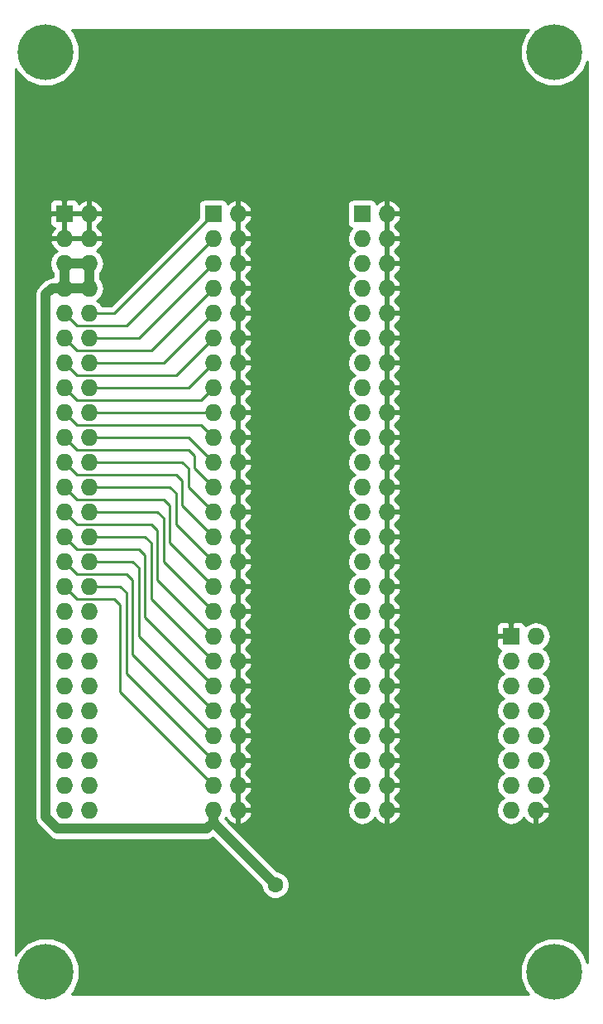
<source format=gbr>
G04 #@! TF.GenerationSoftware,KiCad,Pcbnew,(2017-12-02 revision 3109343b9)-master*
G04 #@! TF.CreationDate,2017-12-03T21:55:53+01:00*
G04 #@! TF.ProjectId,TC214_CNKEY_Adapter,54433231345F434E4B45595F41646170,rev?*
G04 #@! TF.SameCoordinates,Original*
G04 #@! TF.FileFunction,Copper,L1,Top,Signal*
G04 #@! TF.FilePolarity,Positive*
%FSLAX46Y46*%
G04 Gerber Fmt 4.6, Leading zero omitted, Abs format (unit mm)*
G04 Created by KiCad (PCBNEW (2017-12-02 revision 3109343b9)-master) date Sun Dec  3 21:55:53 2017*
%MOMM*%
%LPD*%
G01*
G04 APERTURE LIST*
%ADD10C,5.700000*%
%ADD11R,1.727200X1.727200*%
%ADD12O,1.727200X1.727200*%
%ADD13C,1.600000*%
%ADD14C,1.000000*%
%ADD15C,0.250000*%
%ADD16C,0.254000*%
G04 APERTURE END LIST*
D10*
X126365000Y-148590000D03*
X178435000Y-148590000D03*
X126365000Y-54610000D03*
X178435000Y-54610000D03*
D11*
X128270000Y-71120000D03*
D12*
X130810000Y-71120000D03*
X128270000Y-73660000D03*
X130810000Y-73660000D03*
X128270000Y-76200000D03*
X130810000Y-76200000D03*
X128270000Y-78740000D03*
X130810000Y-78740000D03*
X128270000Y-81280000D03*
X130810000Y-81280000D03*
X128270000Y-83820000D03*
X130810000Y-83820000D03*
X128270000Y-86360000D03*
X130810000Y-86360000D03*
X128270000Y-88900000D03*
X130810000Y-88900000D03*
X128270000Y-91440000D03*
X130810000Y-91440000D03*
X128270000Y-93980000D03*
X130810000Y-93980000D03*
X128270000Y-96520000D03*
X130810000Y-96520000D03*
X128270000Y-99060000D03*
X130810000Y-99060000D03*
X128270000Y-101600000D03*
X130810000Y-101600000D03*
X128270000Y-104140000D03*
X130810000Y-104140000D03*
X128270000Y-106680000D03*
X130810000Y-106680000D03*
X128270000Y-109220000D03*
X130810000Y-109220000D03*
X128270000Y-111760000D03*
X130810000Y-111760000D03*
X128270000Y-114300000D03*
X130810000Y-114300000D03*
X128270000Y-116840000D03*
X130810000Y-116840000D03*
X128270000Y-119380000D03*
X130810000Y-119380000D03*
X128270000Y-121920000D03*
X130810000Y-121920000D03*
X128270000Y-124460000D03*
X130810000Y-124460000D03*
X128270000Y-127000000D03*
X130810000Y-127000000D03*
X128270000Y-129540000D03*
X130810000Y-129540000D03*
X128270000Y-132080000D03*
X130810000Y-132080000D03*
X146050000Y-132080000D03*
X143510000Y-132080000D03*
X146050000Y-129540000D03*
X143510000Y-129540000D03*
X146050000Y-127000000D03*
X143510000Y-127000000D03*
X146050000Y-124460000D03*
X143510000Y-124460000D03*
X146050000Y-121920000D03*
X143510000Y-121920000D03*
X146050000Y-119380000D03*
X143510000Y-119380000D03*
X146050000Y-116840000D03*
X143510000Y-116840000D03*
X146050000Y-114300000D03*
X143510000Y-114300000D03*
X146050000Y-111760000D03*
X143510000Y-111760000D03*
X146050000Y-109220000D03*
X143510000Y-109220000D03*
X146050000Y-106680000D03*
X143510000Y-106680000D03*
X146050000Y-104140000D03*
X143510000Y-104140000D03*
X146050000Y-101600000D03*
X143510000Y-101600000D03*
X146050000Y-99060000D03*
X143510000Y-99060000D03*
X146050000Y-96520000D03*
X143510000Y-96520000D03*
X146050000Y-93980000D03*
X143510000Y-93980000D03*
X146050000Y-91440000D03*
X143510000Y-91440000D03*
X146050000Y-88900000D03*
X143510000Y-88900000D03*
X146050000Y-86360000D03*
X143510000Y-86360000D03*
X146050000Y-83820000D03*
X143510000Y-83820000D03*
X146050000Y-81280000D03*
X143510000Y-81280000D03*
X146050000Y-78740000D03*
X143510000Y-78740000D03*
X146050000Y-76200000D03*
X143510000Y-76200000D03*
X146050000Y-73660000D03*
X143510000Y-73660000D03*
X146050000Y-71120000D03*
D11*
X143510000Y-71120000D03*
X173990000Y-114300000D03*
D12*
X176530000Y-114300000D03*
X173990000Y-116840000D03*
X176530000Y-116840000D03*
X173990000Y-119380000D03*
X176530000Y-119380000D03*
X173990000Y-121920000D03*
X176530000Y-121920000D03*
X173990000Y-124460000D03*
X176530000Y-124460000D03*
X173990000Y-127000000D03*
X176530000Y-127000000D03*
X173990000Y-129540000D03*
X176530000Y-129540000D03*
X173990000Y-132080000D03*
X176530000Y-132080000D03*
D11*
X158750000Y-71120000D03*
D12*
X161290000Y-71120000D03*
X158750000Y-73660000D03*
X161290000Y-73660000D03*
X158750000Y-76200000D03*
X161290000Y-76200000D03*
X158750000Y-78740000D03*
X161290000Y-78740000D03*
X158750000Y-81280000D03*
X161290000Y-81280000D03*
X158750000Y-83820000D03*
X161290000Y-83820000D03*
X158750000Y-86360000D03*
X161290000Y-86360000D03*
X158750000Y-88900000D03*
X161290000Y-88900000D03*
X158750000Y-91440000D03*
X161290000Y-91440000D03*
X158750000Y-93980000D03*
X161290000Y-93980000D03*
X158750000Y-96520000D03*
X161290000Y-96520000D03*
X158750000Y-99060000D03*
X161290000Y-99060000D03*
X158750000Y-101600000D03*
X161290000Y-101600000D03*
X158750000Y-104140000D03*
X161290000Y-104140000D03*
X158750000Y-106680000D03*
X161290000Y-106680000D03*
X158750000Y-109220000D03*
X161290000Y-109220000D03*
X158750000Y-111760000D03*
X161290000Y-111760000D03*
X158750000Y-114300000D03*
X161290000Y-114300000D03*
X158750000Y-116840000D03*
X161290000Y-116840000D03*
X158750000Y-119380000D03*
X161290000Y-119380000D03*
X158750000Y-121920000D03*
X161290000Y-121920000D03*
X158750000Y-124460000D03*
X161290000Y-124460000D03*
X158750000Y-127000000D03*
X161290000Y-127000000D03*
X158750000Y-129540000D03*
X161290000Y-129540000D03*
X158750000Y-132080000D03*
X161290000Y-132080000D03*
D13*
X149860000Y-139700000D03*
D14*
X144052287Y-133892287D02*
X149860000Y-139700000D01*
X144052287Y-133843601D02*
X144052287Y-133892287D01*
X128270000Y-76200000D02*
X128270000Y-78740000D01*
X130810000Y-76200000D02*
X128270000Y-76200000D01*
X130810000Y-78740000D02*
X130810000Y-76200000D01*
X128270000Y-78740000D02*
X130810000Y-78740000D01*
X127564870Y-133985000D02*
X126365000Y-132785130D01*
X143510000Y-133350000D02*
X142875000Y-133985000D01*
X126365000Y-132785130D02*
X126365000Y-79375000D01*
X142875000Y-133985000D02*
X127564870Y-133985000D01*
X126365000Y-79375000D02*
X127000000Y-78740000D01*
X143510000Y-132080000D02*
X143510000Y-133350000D01*
X127000000Y-78740000D02*
X128270000Y-78740000D01*
X143510000Y-132080000D02*
X143510000Y-133301314D01*
X143510000Y-133301314D02*
X144052287Y-133843601D01*
D15*
X134620000Y-82550000D02*
X129540000Y-82550000D01*
X143510000Y-73660000D02*
X134620000Y-82550000D01*
X129540000Y-82550000D02*
X128270000Y-81280000D01*
X143510000Y-71120000D02*
X133350000Y-81280000D01*
X133350000Y-81280000D02*
X130810000Y-81280000D01*
X137160000Y-85090000D02*
X129540000Y-85090000D01*
X143510000Y-78740000D02*
X137160000Y-85090000D01*
X129540000Y-85090000D02*
X128270000Y-83820000D01*
X135890000Y-83820000D02*
X132031314Y-83820000D01*
X132031314Y-83820000D02*
X130810000Y-83820000D01*
X143510000Y-76200000D02*
X135890000Y-83820000D01*
X139700000Y-87630000D02*
X129540000Y-87630000D01*
X143510000Y-83820000D02*
X139700000Y-87630000D01*
X129540000Y-87630000D02*
X128270000Y-86360000D01*
X130810000Y-86360000D02*
X138430000Y-86360000D01*
X143510000Y-81280000D02*
X138430000Y-86360000D01*
X129540000Y-90170000D02*
X142240000Y-90170000D01*
X128270000Y-88900000D02*
X129540000Y-90170000D01*
X142240000Y-90170000D02*
X142321399Y-90088601D01*
X142321399Y-90088601D02*
X143510000Y-88900000D01*
X140970000Y-88900000D02*
X132080000Y-88900000D01*
X143510000Y-86360000D02*
X140970000Y-88900000D01*
X132080000Y-88900000D02*
X130810000Y-88900000D01*
X142240000Y-92710000D02*
X129540000Y-92710000D01*
X143510000Y-93980000D02*
X142240000Y-92710000D01*
X129540000Y-92710000D02*
X128270000Y-91440000D01*
X143510000Y-91440000D02*
X130810000Y-91440000D01*
X129540000Y-95250000D02*
X128270000Y-93980000D01*
X140970000Y-95250000D02*
X129540000Y-95250000D01*
X141605000Y-95885000D02*
X140970000Y-95250000D01*
X141605000Y-97155000D02*
X141605000Y-95885000D01*
X143510000Y-99060000D02*
X141605000Y-97155000D01*
X143510000Y-96520000D02*
X140970000Y-93980000D01*
X140970000Y-93980000D02*
X130810000Y-93980000D01*
X139700000Y-97790000D02*
X129540000Y-97790000D01*
X129540000Y-97790000D02*
X128270000Y-96520000D01*
X140335000Y-98425000D02*
X139700000Y-97790000D01*
X140335000Y-100965000D02*
X140335000Y-98425000D01*
X143510000Y-104140000D02*
X140335000Y-100965000D01*
X140970000Y-99060000D02*
X140970000Y-97155000D01*
X143510000Y-101600000D02*
X140970000Y-99060000D01*
X140970000Y-97155000D02*
X140335000Y-96520000D01*
X140335000Y-96520000D02*
X130810000Y-96520000D01*
X138430000Y-100330000D02*
X129540000Y-100330000D01*
X129540000Y-100330000D02*
X128270000Y-99060000D01*
X139065000Y-100965000D02*
X138430000Y-100330000D01*
X139065000Y-104775000D02*
X139065000Y-100965000D01*
X143510000Y-109220000D02*
X139065000Y-104775000D01*
X139700000Y-99695000D02*
X139065000Y-99060000D01*
X139065000Y-99060000D02*
X130810000Y-99060000D01*
X139700000Y-102870000D02*
X139700000Y-99695000D01*
X143510000Y-106680000D02*
X139700000Y-102870000D01*
X137160000Y-102870000D02*
X129540000Y-102870000D01*
X129540000Y-102870000D02*
X128270000Y-101600000D01*
X137795000Y-103505000D02*
X137160000Y-102870000D01*
X137795000Y-108585000D02*
X137795000Y-103505000D01*
X143510000Y-114300000D02*
X137795000Y-108585000D01*
X138430000Y-102235000D02*
X137795000Y-101600000D01*
X137795000Y-101600000D02*
X130810000Y-101600000D01*
X138430000Y-106680000D02*
X138430000Y-102235000D01*
X143510000Y-111760000D02*
X138430000Y-106680000D01*
X136525000Y-112395000D02*
X136525000Y-106045000D01*
X136525000Y-106045000D02*
X135890000Y-105410000D01*
X143510000Y-119380000D02*
X136525000Y-112395000D01*
X129540000Y-105410000D02*
X128270000Y-104140000D01*
X135890000Y-105410000D02*
X129540000Y-105410000D01*
X137160000Y-104775000D02*
X136525000Y-104140000D01*
X136525000Y-104140000D02*
X130810000Y-104140000D01*
X137160000Y-110490000D02*
X137160000Y-104775000D01*
X143510000Y-116840000D02*
X137160000Y-110490000D01*
X134620000Y-107950000D02*
X129540000Y-107950000D01*
X129540000Y-107950000D02*
X128270000Y-106680000D01*
X135255000Y-108585000D02*
X134620000Y-107950000D01*
X135255000Y-116205000D02*
X135255000Y-108585000D01*
X143510000Y-124460000D02*
X135255000Y-116205000D01*
X135890000Y-107315000D02*
X135890000Y-114300000D01*
X135890000Y-114300000D02*
X143510000Y-121920000D01*
X135255000Y-106680000D02*
X135890000Y-107315000D01*
X130810000Y-106680000D02*
X135255000Y-106680000D01*
X133350000Y-110490000D02*
X129540000Y-110490000D01*
X129540000Y-110490000D02*
X128270000Y-109220000D01*
X133985000Y-111125000D02*
X133350000Y-110490000D01*
X133985000Y-120015000D02*
X133985000Y-111125000D01*
X143510000Y-129540000D02*
X133985000Y-120015000D01*
X134620000Y-109855000D02*
X134620000Y-118110000D01*
X134620000Y-118110000D02*
X143510000Y-127000000D01*
X133985000Y-109220000D02*
X134620000Y-109855000D01*
X130810000Y-109220000D02*
X133985000Y-109220000D01*
D16*
G36*
X175482284Y-52633329D02*
X174950606Y-53913749D01*
X174949397Y-55300168D01*
X175478838Y-56581515D01*
X176458329Y-57562716D01*
X177738749Y-58094394D01*
X179125168Y-58095603D01*
X180406515Y-57566162D01*
X181387716Y-56586671D01*
X181820000Y-55545618D01*
X181820000Y-147656354D01*
X181391162Y-146618485D01*
X180411671Y-145637284D01*
X179131251Y-145105606D01*
X177744832Y-145104397D01*
X176463485Y-145633838D01*
X175482284Y-146613329D01*
X174950606Y-147893749D01*
X174949397Y-149280168D01*
X175478838Y-150561515D01*
X175781794Y-150865000D01*
X129018866Y-150865000D01*
X129317716Y-150566671D01*
X129849394Y-149286251D01*
X129850603Y-147899832D01*
X129321162Y-146618485D01*
X128341671Y-145637284D01*
X127061251Y-145105606D01*
X125674832Y-145104397D01*
X124393485Y-145633838D01*
X123412284Y-146613329D01*
X123290000Y-146907821D01*
X123290000Y-79375000D01*
X125230000Y-79375000D01*
X125230000Y-132785130D01*
X125316397Y-133219476D01*
X125527202Y-133534968D01*
X125562434Y-133587696D01*
X126762304Y-134787566D01*
X127130524Y-135033603D01*
X127564870Y-135120000D01*
X142875000Y-135120000D01*
X143309346Y-135033603D01*
X143476669Y-134921801D01*
X148424852Y-139869985D01*
X148424752Y-139984187D01*
X148642757Y-140511800D01*
X149046077Y-140915824D01*
X149573309Y-141134750D01*
X150144187Y-141135248D01*
X150671800Y-140917243D01*
X151075824Y-140513923D01*
X151294750Y-139986691D01*
X151295248Y-139415813D01*
X151077243Y-138888200D01*
X150673923Y-138484176D01*
X150146691Y-138265250D01*
X150030281Y-138265148D01*
X144952891Y-133187759D01*
X144854853Y-133041035D01*
X144741005Y-132927187D01*
X144779992Y-132868839D01*
X145161510Y-133286821D01*
X145690973Y-133534968D01*
X145923000Y-133414469D01*
X145923000Y-132207000D01*
X146177000Y-132207000D01*
X146177000Y-133414469D01*
X146409027Y-133534968D01*
X146938490Y-133286821D01*
X147332688Y-132854947D01*
X147504958Y-132439026D01*
X147383817Y-132207000D01*
X146177000Y-132207000D01*
X145923000Y-132207000D01*
X145903000Y-132207000D01*
X145903000Y-131953000D01*
X145923000Y-131953000D01*
X145923000Y-129667000D01*
X146177000Y-129667000D01*
X146177000Y-131953000D01*
X147383817Y-131953000D01*
X147504958Y-131720974D01*
X147332688Y-131305053D01*
X146938490Y-130873179D01*
X146803687Y-130810000D01*
X146938490Y-130746821D01*
X147332688Y-130314947D01*
X147504958Y-129899026D01*
X147383817Y-129667000D01*
X146177000Y-129667000D01*
X145923000Y-129667000D01*
X145903000Y-129667000D01*
X145903000Y-129413000D01*
X145923000Y-129413000D01*
X145923000Y-127127000D01*
X146177000Y-127127000D01*
X146177000Y-129413000D01*
X147383817Y-129413000D01*
X147504958Y-129180974D01*
X147332688Y-128765053D01*
X146938490Y-128333179D01*
X146803687Y-128270000D01*
X146938490Y-128206821D01*
X147332688Y-127774947D01*
X147504958Y-127359026D01*
X147383817Y-127127000D01*
X146177000Y-127127000D01*
X145923000Y-127127000D01*
X145903000Y-127127000D01*
X145903000Y-126873000D01*
X145923000Y-126873000D01*
X145923000Y-124587000D01*
X146177000Y-124587000D01*
X146177000Y-126873000D01*
X147383817Y-126873000D01*
X147504958Y-126640974D01*
X147332688Y-126225053D01*
X146938490Y-125793179D01*
X146803687Y-125730000D01*
X146938490Y-125666821D01*
X147332688Y-125234947D01*
X147504958Y-124819026D01*
X147383817Y-124587000D01*
X146177000Y-124587000D01*
X145923000Y-124587000D01*
X145903000Y-124587000D01*
X145903000Y-124333000D01*
X145923000Y-124333000D01*
X145923000Y-122047000D01*
X146177000Y-122047000D01*
X146177000Y-124333000D01*
X147383817Y-124333000D01*
X147504958Y-124100974D01*
X147332688Y-123685053D01*
X146938490Y-123253179D01*
X146803687Y-123190000D01*
X146938490Y-123126821D01*
X147332688Y-122694947D01*
X147504958Y-122279026D01*
X147383817Y-122047000D01*
X146177000Y-122047000D01*
X145923000Y-122047000D01*
X145903000Y-122047000D01*
X145903000Y-121793000D01*
X145923000Y-121793000D01*
X145923000Y-119507000D01*
X146177000Y-119507000D01*
X146177000Y-121793000D01*
X147383817Y-121793000D01*
X147504958Y-121560974D01*
X147332688Y-121145053D01*
X146938490Y-120713179D01*
X146803687Y-120650000D01*
X146938490Y-120586821D01*
X147332688Y-120154947D01*
X147504958Y-119739026D01*
X147383817Y-119507000D01*
X146177000Y-119507000D01*
X145923000Y-119507000D01*
X145903000Y-119507000D01*
X145903000Y-119253000D01*
X145923000Y-119253000D01*
X145923000Y-116967000D01*
X146177000Y-116967000D01*
X146177000Y-119253000D01*
X147383817Y-119253000D01*
X147504958Y-119020974D01*
X147332688Y-118605053D01*
X146938490Y-118173179D01*
X146803687Y-118110000D01*
X146938490Y-118046821D01*
X147332688Y-117614947D01*
X147504958Y-117199026D01*
X147383817Y-116967000D01*
X146177000Y-116967000D01*
X145923000Y-116967000D01*
X145903000Y-116967000D01*
X145903000Y-116713000D01*
X145923000Y-116713000D01*
X145923000Y-114427000D01*
X146177000Y-114427000D01*
X146177000Y-116713000D01*
X147383817Y-116713000D01*
X147504958Y-116480974D01*
X147332688Y-116065053D01*
X146938490Y-115633179D01*
X146803687Y-115570000D01*
X146938490Y-115506821D01*
X147332688Y-115074947D01*
X147504958Y-114659026D01*
X147383817Y-114427000D01*
X146177000Y-114427000D01*
X145923000Y-114427000D01*
X145903000Y-114427000D01*
X145903000Y-114173000D01*
X145923000Y-114173000D01*
X145923000Y-111887000D01*
X146177000Y-111887000D01*
X146177000Y-114173000D01*
X147383817Y-114173000D01*
X147504958Y-113940974D01*
X147332688Y-113525053D01*
X146938490Y-113093179D01*
X146803687Y-113030000D01*
X146938490Y-112966821D01*
X147332688Y-112534947D01*
X147504958Y-112119026D01*
X147383817Y-111887000D01*
X146177000Y-111887000D01*
X145923000Y-111887000D01*
X145903000Y-111887000D01*
X145903000Y-111633000D01*
X145923000Y-111633000D01*
X145923000Y-109347000D01*
X146177000Y-109347000D01*
X146177000Y-111633000D01*
X147383817Y-111633000D01*
X147504958Y-111400974D01*
X147332688Y-110985053D01*
X146938490Y-110553179D01*
X146803687Y-110490000D01*
X146938490Y-110426821D01*
X147332688Y-109994947D01*
X147504958Y-109579026D01*
X147383817Y-109347000D01*
X146177000Y-109347000D01*
X145923000Y-109347000D01*
X145903000Y-109347000D01*
X145903000Y-109093000D01*
X145923000Y-109093000D01*
X145923000Y-106807000D01*
X146177000Y-106807000D01*
X146177000Y-109093000D01*
X147383817Y-109093000D01*
X147504958Y-108860974D01*
X147332688Y-108445053D01*
X146938490Y-108013179D01*
X146803687Y-107950000D01*
X146938490Y-107886821D01*
X147332688Y-107454947D01*
X147504958Y-107039026D01*
X147383817Y-106807000D01*
X146177000Y-106807000D01*
X145923000Y-106807000D01*
X145903000Y-106807000D01*
X145903000Y-106553000D01*
X145923000Y-106553000D01*
X145923000Y-104267000D01*
X146177000Y-104267000D01*
X146177000Y-106553000D01*
X147383817Y-106553000D01*
X147504958Y-106320974D01*
X147332688Y-105905053D01*
X146938490Y-105473179D01*
X146803687Y-105410000D01*
X146938490Y-105346821D01*
X147332688Y-104914947D01*
X147504958Y-104499026D01*
X147383817Y-104267000D01*
X146177000Y-104267000D01*
X145923000Y-104267000D01*
X145903000Y-104267000D01*
X145903000Y-104013000D01*
X145923000Y-104013000D01*
X145923000Y-101727000D01*
X146177000Y-101727000D01*
X146177000Y-104013000D01*
X147383817Y-104013000D01*
X147504958Y-103780974D01*
X147332688Y-103365053D01*
X146938490Y-102933179D01*
X146803687Y-102870000D01*
X146938490Y-102806821D01*
X147332688Y-102374947D01*
X147504958Y-101959026D01*
X147383817Y-101727000D01*
X146177000Y-101727000D01*
X145923000Y-101727000D01*
X145903000Y-101727000D01*
X145903000Y-101473000D01*
X145923000Y-101473000D01*
X145923000Y-99187000D01*
X146177000Y-99187000D01*
X146177000Y-101473000D01*
X147383817Y-101473000D01*
X147504958Y-101240974D01*
X147332688Y-100825053D01*
X146938490Y-100393179D01*
X146803687Y-100330000D01*
X146938490Y-100266821D01*
X147332688Y-99834947D01*
X147504958Y-99419026D01*
X147383817Y-99187000D01*
X146177000Y-99187000D01*
X145923000Y-99187000D01*
X145903000Y-99187000D01*
X145903000Y-98933000D01*
X145923000Y-98933000D01*
X145923000Y-96647000D01*
X146177000Y-96647000D01*
X146177000Y-98933000D01*
X147383817Y-98933000D01*
X147504958Y-98700974D01*
X147332688Y-98285053D01*
X146938490Y-97853179D01*
X146803687Y-97790000D01*
X146938490Y-97726821D01*
X147332688Y-97294947D01*
X147504958Y-96879026D01*
X147383817Y-96647000D01*
X146177000Y-96647000D01*
X145923000Y-96647000D01*
X145903000Y-96647000D01*
X145903000Y-96393000D01*
X145923000Y-96393000D01*
X145923000Y-94107000D01*
X146177000Y-94107000D01*
X146177000Y-96393000D01*
X147383817Y-96393000D01*
X147504958Y-96160974D01*
X147332688Y-95745053D01*
X146938490Y-95313179D01*
X146803687Y-95250000D01*
X146938490Y-95186821D01*
X147332688Y-94754947D01*
X147504958Y-94339026D01*
X147383817Y-94107000D01*
X146177000Y-94107000D01*
X145923000Y-94107000D01*
X145903000Y-94107000D01*
X145903000Y-93853000D01*
X145923000Y-93853000D01*
X145923000Y-91567000D01*
X146177000Y-91567000D01*
X146177000Y-93853000D01*
X147383817Y-93853000D01*
X147504958Y-93620974D01*
X147332688Y-93205053D01*
X146938490Y-92773179D01*
X146803687Y-92710000D01*
X146938490Y-92646821D01*
X147332688Y-92214947D01*
X147504958Y-91799026D01*
X147383817Y-91567000D01*
X146177000Y-91567000D01*
X145923000Y-91567000D01*
X145903000Y-91567000D01*
X145903000Y-91313000D01*
X145923000Y-91313000D01*
X145923000Y-89027000D01*
X146177000Y-89027000D01*
X146177000Y-91313000D01*
X147383817Y-91313000D01*
X147504958Y-91080974D01*
X147332688Y-90665053D01*
X146938490Y-90233179D01*
X146803687Y-90170000D01*
X146938490Y-90106821D01*
X147332688Y-89674947D01*
X147504958Y-89259026D01*
X147383817Y-89027000D01*
X146177000Y-89027000D01*
X145923000Y-89027000D01*
X145903000Y-89027000D01*
X145903000Y-88773000D01*
X145923000Y-88773000D01*
X145923000Y-86487000D01*
X146177000Y-86487000D01*
X146177000Y-88773000D01*
X147383817Y-88773000D01*
X147504958Y-88540974D01*
X147332688Y-88125053D01*
X146938490Y-87693179D01*
X146803687Y-87630000D01*
X146938490Y-87566821D01*
X147332688Y-87134947D01*
X147504958Y-86719026D01*
X147383817Y-86487000D01*
X146177000Y-86487000D01*
X145923000Y-86487000D01*
X145903000Y-86487000D01*
X145903000Y-86233000D01*
X145923000Y-86233000D01*
X145923000Y-83947000D01*
X146177000Y-83947000D01*
X146177000Y-86233000D01*
X147383817Y-86233000D01*
X147504958Y-86000974D01*
X147332688Y-85585053D01*
X146938490Y-85153179D01*
X146803687Y-85090000D01*
X146938490Y-85026821D01*
X147332688Y-84594947D01*
X147504958Y-84179026D01*
X147383817Y-83947000D01*
X146177000Y-83947000D01*
X145923000Y-83947000D01*
X145903000Y-83947000D01*
X145903000Y-83693000D01*
X145923000Y-83693000D01*
X145923000Y-81407000D01*
X146177000Y-81407000D01*
X146177000Y-83693000D01*
X147383817Y-83693000D01*
X147504958Y-83460974D01*
X147332688Y-83045053D01*
X146938490Y-82613179D01*
X146803687Y-82550000D01*
X146938490Y-82486821D01*
X147332688Y-82054947D01*
X147504958Y-81639026D01*
X147383817Y-81407000D01*
X146177000Y-81407000D01*
X145923000Y-81407000D01*
X145903000Y-81407000D01*
X145903000Y-81153000D01*
X145923000Y-81153000D01*
X145923000Y-78867000D01*
X146177000Y-78867000D01*
X146177000Y-81153000D01*
X147383817Y-81153000D01*
X147504958Y-80920974D01*
X147332688Y-80505053D01*
X146938490Y-80073179D01*
X146803687Y-80010000D01*
X146938490Y-79946821D01*
X147332688Y-79514947D01*
X147504958Y-79099026D01*
X147383817Y-78867000D01*
X146177000Y-78867000D01*
X145923000Y-78867000D01*
X145903000Y-78867000D01*
X145903000Y-78613000D01*
X145923000Y-78613000D01*
X145923000Y-76327000D01*
X146177000Y-76327000D01*
X146177000Y-78613000D01*
X147383817Y-78613000D01*
X147504958Y-78380974D01*
X147332688Y-77965053D01*
X146938490Y-77533179D01*
X146803687Y-77470000D01*
X146938490Y-77406821D01*
X147332688Y-76974947D01*
X147504958Y-76559026D01*
X147383817Y-76327000D01*
X146177000Y-76327000D01*
X145923000Y-76327000D01*
X145903000Y-76327000D01*
X145903000Y-76073000D01*
X145923000Y-76073000D01*
X145923000Y-73787000D01*
X146177000Y-73787000D01*
X146177000Y-76073000D01*
X147383817Y-76073000D01*
X147504958Y-75840974D01*
X147332688Y-75425053D01*
X146938490Y-74993179D01*
X146803687Y-74930000D01*
X146938490Y-74866821D01*
X147332688Y-74434947D01*
X147504958Y-74019026D01*
X147383817Y-73787000D01*
X146177000Y-73787000D01*
X145923000Y-73787000D01*
X145903000Y-73787000D01*
X145903000Y-73660000D01*
X157222041Y-73660000D01*
X157336115Y-74233489D01*
X157660971Y-74719670D01*
X157975752Y-74930000D01*
X157660971Y-75140330D01*
X157336115Y-75626511D01*
X157222041Y-76200000D01*
X157336115Y-76773489D01*
X157660971Y-77259670D01*
X157975752Y-77470000D01*
X157660971Y-77680330D01*
X157336115Y-78166511D01*
X157222041Y-78740000D01*
X157336115Y-79313489D01*
X157660971Y-79799670D01*
X157975752Y-80010000D01*
X157660971Y-80220330D01*
X157336115Y-80706511D01*
X157222041Y-81280000D01*
X157336115Y-81853489D01*
X157660971Y-82339670D01*
X157975752Y-82550000D01*
X157660971Y-82760330D01*
X157336115Y-83246511D01*
X157222041Y-83820000D01*
X157336115Y-84393489D01*
X157660971Y-84879670D01*
X157975752Y-85090000D01*
X157660971Y-85300330D01*
X157336115Y-85786511D01*
X157222041Y-86360000D01*
X157336115Y-86933489D01*
X157660971Y-87419670D01*
X157975752Y-87630000D01*
X157660971Y-87840330D01*
X157336115Y-88326511D01*
X157222041Y-88900000D01*
X157336115Y-89473489D01*
X157660971Y-89959670D01*
X157975752Y-90170000D01*
X157660971Y-90380330D01*
X157336115Y-90866511D01*
X157222041Y-91440000D01*
X157336115Y-92013489D01*
X157660971Y-92499670D01*
X157975752Y-92710000D01*
X157660971Y-92920330D01*
X157336115Y-93406511D01*
X157222041Y-93980000D01*
X157336115Y-94553489D01*
X157660971Y-95039670D01*
X157975752Y-95250000D01*
X157660971Y-95460330D01*
X157336115Y-95946511D01*
X157222041Y-96520000D01*
X157336115Y-97093489D01*
X157660971Y-97579670D01*
X157975752Y-97790000D01*
X157660971Y-98000330D01*
X157336115Y-98486511D01*
X157222041Y-99060000D01*
X157336115Y-99633489D01*
X157660971Y-100119670D01*
X157975752Y-100330000D01*
X157660971Y-100540330D01*
X157336115Y-101026511D01*
X157222041Y-101600000D01*
X157336115Y-102173489D01*
X157660971Y-102659670D01*
X157975752Y-102870000D01*
X157660971Y-103080330D01*
X157336115Y-103566511D01*
X157222041Y-104140000D01*
X157336115Y-104713489D01*
X157660971Y-105199670D01*
X157975752Y-105410000D01*
X157660971Y-105620330D01*
X157336115Y-106106511D01*
X157222041Y-106680000D01*
X157336115Y-107253489D01*
X157660971Y-107739670D01*
X157975752Y-107950000D01*
X157660971Y-108160330D01*
X157336115Y-108646511D01*
X157222041Y-109220000D01*
X157336115Y-109793489D01*
X157660971Y-110279670D01*
X157975752Y-110490000D01*
X157660971Y-110700330D01*
X157336115Y-111186511D01*
X157222041Y-111760000D01*
X157336115Y-112333489D01*
X157660971Y-112819670D01*
X157975752Y-113030000D01*
X157660971Y-113240330D01*
X157336115Y-113726511D01*
X157222041Y-114300000D01*
X157336115Y-114873489D01*
X157660971Y-115359670D01*
X157975752Y-115570000D01*
X157660971Y-115780330D01*
X157336115Y-116266511D01*
X157222041Y-116840000D01*
X157336115Y-117413489D01*
X157660971Y-117899670D01*
X157975752Y-118110000D01*
X157660971Y-118320330D01*
X157336115Y-118806511D01*
X157222041Y-119380000D01*
X157336115Y-119953489D01*
X157660971Y-120439670D01*
X157975752Y-120650000D01*
X157660971Y-120860330D01*
X157336115Y-121346511D01*
X157222041Y-121920000D01*
X157336115Y-122493489D01*
X157660971Y-122979670D01*
X157975752Y-123190000D01*
X157660971Y-123400330D01*
X157336115Y-123886511D01*
X157222041Y-124460000D01*
X157336115Y-125033489D01*
X157660971Y-125519670D01*
X157975752Y-125730000D01*
X157660971Y-125940330D01*
X157336115Y-126426511D01*
X157222041Y-127000000D01*
X157336115Y-127573489D01*
X157660971Y-128059670D01*
X157975752Y-128270000D01*
X157660971Y-128480330D01*
X157336115Y-128966511D01*
X157222041Y-129540000D01*
X157336115Y-130113489D01*
X157660971Y-130599670D01*
X157975752Y-130810000D01*
X157660971Y-131020330D01*
X157336115Y-131506511D01*
X157222041Y-132080000D01*
X157336115Y-132653489D01*
X157660971Y-133139670D01*
X158147152Y-133464526D01*
X158720641Y-133578600D01*
X158779359Y-133578600D01*
X159352848Y-133464526D01*
X159839029Y-133139670D01*
X160019992Y-132868839D01*
X160401510Y-133286821D01*
X160930973Y-133534968D01*
X161163000Y-133414469D01*
X161163000Y-132207000D01*
X161417000Y-132207000D01*
X161417000Y-133414469D01*
X161649027Y-133534968D01*
X162178490Y-133286821D01*
X162572688Y-132854947D01*
X162744958Y-132439026D01*
X162623817Y-132207000D01*
X161417000Y-132207000D01*
X161163000Y-132207000D01*
X161143000Y-132207000D01*
X161143000Y-131953000D01*
X161163000Y-131953000D01*
X161163000Y-129667000D01*
X161417000Y-129667000D01*
X161417000Y-131953000D01*
X162623817Y-131953000D01*
X162744958Y-131720974D01*
X162572688Y-131305053D01*
X162178490Y-130873179D01*
X162043687Y-130810000D01*
X162178490Y-130746821D01*
X162572688Y-130314947D01*
X162744958Y-129899026D01*
X162623817Y-129667000D01*
X161417000Y-129667000D01*
X161163000Y-129667000D01*
X161143000Y-129667000D01*
X161143000Y-129413000D01*
X161163000Y-129413000D01*
X161163000Y-127127000D01*
X161417000Y-127127000D01*
X161417000Y-129413000D01*
X162623817Y-129413000D01*
X162744958Y-129180974D01*
X162572688Y-128765053D01*
X162178490Y-128333179D01*
X162043687Y-128270000D01*
X162178490Y-128206821D01*
X162572688Y-127774947D01*
X162744958Y-127359026D01*
X162623817Y-127127000D01*
X161417000Y-127127000D01*
X161163000Y-127127000D01*
X161143000Y-127127000D01*
X161143000Y-126873000D01*
X161163000Y-126873000D01*
X161163000Y-124587000D01*
X161417000Y-124587000D01*
X161417000Y-126873000D01*
X162623817Y-126873000D01*
X162744958Y-126640974D01*
X162572688Y-126225053D01*
X162178490Y-125793179D01*
X162043687Y-125730000D01*
X162178490Y-125666821D01*
X162572688Y-125234947D01*
X162744958Y-124819026D01*
X162623817Y-124587000D01*
X161417000Y-124587000D01*
X161163000Y-124587000D01*
X161143000Y-124587000D01*
X161143000Y-124333000D01*
X161163000Y-124333000D01*
X161163000Y-122047000D01*
X161417000Y-122047000D01*
X161417000Y-124333000D01*
X162623817Y-124333000D01*
X162744958Y-124100974D01*
X162572688Y-123685053D01*
X162178490Y-123253179D01*
X162043687Y-123190000D01*
X162178490Y-123126821D01*
X162572688Y-122694947D01*
X162744958Y-122279026D01*
X162623817Y-122047000D01*
X161417000Y-122047000D01*
X161163000Y-122047000D01*
X161143000Y-122047000D01*
X161143000Y-121793000D01*
X161163000Y-121793000D01*
X161163000Y-119507000D01*
X161417000Y-119507000D01*
X161417000Y-121793000D01*
X162623817Y-121793000D01*
X162744958Y-121560974D01*
X162572688Y-121145053D01*
X162178490Y-120713179D01*
X162043687Y-120650000D01*
X162178490Y-120586821D01*
X162572688Y-120154947D01*
X162744958Y-119739026D01*
X162623817Y-119507000D01*
X161417000Y-119507000D01*
X161163000Y-119507000D01*
X161143000Y-119507000D01*
X161143000Y-119253000D01*
X161163000Y-119253000D01*
X161163000Y-116967000D01*
X161417000Y-116967000D01*
X161417000Y-119253000D01*
X162623817Y-119253000D01*
X162744958Y-119020974D01*
X162572688Y-118605053D01*
X162178490Y-118173179D01*
X162043687Y-118110000D01*
X162178490Y-118046821D01*
X162572688Y-117614947D01*
X162744958Y-117199026D01*
X162623817Y-116967000D01*
X161417000Y-116967000D01*
X161163000Y-116967000D01*
X161143000Y-116967000D01*
X161143000Y-116840000D01*
X172462041Y-116840000D01*
X172576115Y-117413489D01*
X172900971Y-117899670D01*
X173215752Y-118110000D01*
X172900971Y-118320330D01*
X172576115Y-118806511D01*
X172462041Y-119380000D01*
X172576115Y-119953489D01*
X172900971Y-120439670D01*
X173215752Y-120650000D01*
X172900971Y-120860330D01*
X172576115Y-121346511D01*
X172462041Y-121920000D01*
X172576115Y-122493489D01*
X172900971Y-122979670D01*
X173215752Y-123190000D01*
X172900971Y-123400330D01*
X172576115Y-123886511D01*
X172462041Y-124460000D01*
X172576115Y-125033489D01*
X172900971Y-125519670D01*
X173215752Y-125730000D01*
X172900971Y-125940330D01*
X172576115Y-126426511D01*
X172462041Y-127000000D01*
X172576115Y-127573489D01*
X172900971Y-128059670D01*
X173215752Y-128270000D01*
X172900971Y-128480330D01*
X172576115Y-128966511D01*
X172462041Y-129540000D01*
X172576115Y-130113489D01*
X172900971Y-130599670D01*
X173215752Y-130810000D01*
X172900971Y-131020330D01*
X172576115Y-131506511D01*
X172462041Y-132080000D01*
X172576115Y-132653489D01*
X172900971Y-133139670D01*
X173387152Y-133464526D01*
X173960641Y-133578600D01*
X174019359Y-133578600D01*
X174592848Y-133464526D01*
X175079029Y-133139670D01*
X175259992Y-132868839D01*
X175641510Y-133286821D01*
X176170973Y-133534968D01*
X176403000Y-133414469D01*
X176403000Y-132207000D01*
X176657000Y-132207000D01*
X176657000Y-133414469D01*
X176889027Y-133534968D01*
X177418490Y-133286821D01*
X177812688Y-132854947D01*
X177984958Y-132439026D01*
X177863817Y-132207000D01*
X176657000Y-132207000D01*
X176403000Y-132207000D01*
X176383000Y-132207000D01*
X176383000Y-131953000D01*
X176403000Y-131953000D01*
X176403000Y-131933000D01*
X176657000Y-131933000D01*
X176657000Y-131953000D01*
X177863817Y-131953000D01*
X177984958Y-131720974D01*
X177812688Y-131305053D01*
X177418490Y-130873179D01*
X177295772Y-130815664D01*
X177619029Y-130599670D01*
X177943885Y-130113489D01*
X178057959Y-129540000D01*
X177943885Y-128966511D01*
X177619029Y-128480330D01*
X177304248Y-128270000D01*
X177619029Y-128059670D01*
X177943885Y-127573489D01*
X178057959Y-127000000D01*
X177943885Y-126426511D01*
X177619029Y-125940330D01*
X177304248Y-125730000D01*
X177619029Y-125519670D01*
X177943885Y-125033489D01*
X178057959Y-124460000D01*
X177943885Y-123886511D01*
X177619029Y-123400330D01*
X177304248Y-123190000D01*
X177619029Y-122979670D01*
X177943885Y-122493489D01*
X178057959Y-121920000D01*
X177943885Y-121346511D01*
X177619029Y-120860330D01*
X177304248Y-120650000D01*
X177619029Y-120439670D01*
X177943885Y-119953489D01*
X178057959Y-119380000D01*
X177943885Y-118806511D01*
X177619029Y-118320330D01*
X177304248Y-118110000D01*
X177619029Y-117899670D01*
X177943885Y-117413489D01*
X178057959Y-116840000D01*
X177943885Y-116266511D01*
X177619029Y-115780330D01*
X177304248Y-115570000D01*
X177619029Y-115359670D01*
X177943885Y-114873489D01*
X178057959Y-114300000D01*
X177943885Y-113726511D01*
X177619029Y-113240330D01*
X177132848Y-112915474D01*
X176559359Y-112801400D01*
X176500641Y-112801400D01*
X175927152Y-112915474D01*
X175455644Y-113230526D01*
X175391927Y-113076701D01*
X175213298Y-112898073D01*
X174979909Y-112801400D01*
X174275750Y-112801400D01*
X174117000Y-112960150D01*
X174117000Y-114173000D01*
X174137000Y-114173000D01*
X174137000Y-114427000D01*
X174117000Y-114427000D01*
X174117000Y-114447000D01*
X173863000Y-114447000D01*
X173863000Y-114427000D01*
X172650150Y-114427000D01*
X172491400Y-114585750D01*
X172491400Y-115289910D01*
X172588073Y-115523299D01*
X172766702Y-115701927D01*
X172922023Y-115766263D01*
X172900971Y-115780330D01*
X172576115Y-116266511D01*
X172462041Y-116840000D01*
X161143000Y-116840000D01*
X161143000Y-116713000D01*
X161163000Y-116713000D01*
X161163000Y-114427000D01*
X161417000Y-114427000D01*
X161417000Y-116713000D01*
X162623817Y-116713000D01*
X162744958Y-116480974D01*
X162572688Y-116065053D01*
X162178490Y-115633179D01*
X162043687Y-115570000D01*
X162178490Y-115506821D01*
X162572688Y-115074947D01*
X162744958Y-114659026D01*
X162623817Y-114427000D01*
X161417000Y-114427000D01*
X161163000Y-114427000D01*
X161143000Y-114427000D01*
X161143000Y-114173000D01*
X161163000Y-114173000D01*
X161163000Y-111887000D01*
X161417000Y-111887000D01*
X161417000Y-114173000D01*
X162623817Y-114173000D01*
X162744958Y-113940974D01*
X162572688Y-113525053D01*
X162376479Y-113310090D01*
X172491400Y-113310090D01*
X172491400Y-114014250D01*
X172650150Y-114173000D01*
X173863000Y-114173000D01*
X173863000Y-112960150D01*
X173704250Y-112801400D01*
X173000091Y-112801400D01*
X172766702Y-112898073D01*
X172588073Y-113076701D01*
X172491400Y-113310090D01*
X162376479Y-113310090D01*
X162178490Y-113093179D01*
X162043687Y-113030000D01*
X162178490Y-112966821D01*
X162572688Y-112534947D01*
X162744958Y-112119026D01*
X162623817Y-111887000D01*
X161417000Y-111887000D01*
X161163000Y-111887000D01*
X161143000Y-111887000D01*
X161143000Y-111633000D01*
X161163000Y-111633000D01*
X161163000Y-109347000D01*
X161417000Y-109347000D01*
X161417000Y-111633000D01*
X162623817Y-111633000D01*
X162744958Y-111400974D01*
X162572688Y-110985053D01*
X162178490Y-110553179D01*
X162043687Y-110490000D01*
X162178490Y-110426821D01*
X162572688Y-109994947D01*
X162744958Y-109579026D01*
X162623817Y-109347000D01*
X161417000Y-109347000D01*
X161163000Y-109347000D01*
X161143000Y-109347000D01*
X161143000Y-109093000D01*
X161163000Y-109093000D01*
X161163000Y-106807000D01*
X161417000Y-106807000D01*
X161417000Y-109093000D01*
X162623817Y-109093000D01*
X162744958Y-108860974D01*
X162572688Y-108445053D01*
X162178490Y-108013179D01*
X162043687Y-107950000D01*
X162178490Y-107886821D01*
X162572688Y-107454947D01*
X162744958Y-107039026D01*
X162623817Y-106807000D01*
X161417000Y-106807000D01*
X161163000Y-106807000D01*
X161143000Y-106807000D01*
X161143000Y-106553000D01*
X161163000Y-106553000D01*
X161163000Y-104267000D01*
X161417000Y-104267000D01*
X161417000Y-106553000D01*
X162623817Y-106553000D01*
X162744958Y-106320974D01*
X162572688Y-105905053D01*
X162178490Y-105473179D01*
X162043687Y-105410000D01*
X162178490Y-105346821D01*
X162572688Y-104914947D01*
X162744958Y-104499026D01*
X162623817Y-104267000D01*
X161417000Y-104267000D01*
X161163000Y-104267000D01*
X161143000Y-104267000D01*
X161143000Y-104013000D01*
X161163000Y-104013000D01*
X161163000Y-101727000D01*
X161417000Y-101727000D01*
X161417000Y-104013000D01*
X162623817Y-104013000D01*
X162744958Y-103780974D01*
X162572688Y-103365053D01*
X162178490Y-102933179D01*
X162043687Y-102870000D01*
X162178490Y-102806821D01*
X162572688Y-102374947D01*
X162744958Y-101959026D01*
X162623817Y-101727000D01*
X161417000Y-101727000D01*
X161163000Y-101727000D01*
X161143000Y-101727000D01*
X161143000Y-101473000D01*
X161163000Y-101473000D01*
X161163000Y-99187000D01*
X161417000Y-99187000D01*
X161417000Y-101473000D01*
X162623817Y-101473000D01*
X162744958Y-101240974D01*
X162572688Y-100825053D01*
X162178490Y-100393179D01*
X162043687Y-100330000D01*
X162178490Y-100266821D01*
X162572688Y-99834947D01*
X162744958Y-99419026D01*
X162623817Y-99187000D01*
X161417000Y-99187000D01*
X161163000Y-99187000D01*
X161143000Y-99187000D01*
X161143000Y-98933000D01*
X161163000Y-98933000D01*
X161163000Y-96647000D01*
X161417000Y-96647000D01*
X161417000Y-98933000D01*
X162623817Y-98933000D01*
X162744958Y-98700974D01*
X162572688Y-98285053D01*
X162178490Y-97853179D01*
X162043687Y-97790000D01*
X162178490Y-97726821D01*
X162572688Y-97294947D01*
X162744958Y-96879026D01*
X162623817Y-96647000D01*
X161417000Y-96647000D01*
X161163000Y-96647000D01*
X161143000Y-96647000D01*
X161143000Y-96393000D01*
X161163000Y-96393000D01*
X161163000Y-94107000D01*
X161417000Y-94107000D01*
X161417000Y-96393000D01*
X162623817Y-96393000D01*
X162744958Y-96160974D01*
X162572688Y-95745053D01*
X162178490Y-95313179D01*
X162043687Y-95250000D01*
X162178490Y-95186821D01*
X162572688Y-94754947D01*
X162744958Y-94339026D01*
X162623817Y-94107000D01*
X161417000Y-94107000D01*
X161163000Y-94107000D01*
X161143000Y-94107000D01*
X161143000Y-93853000D01*
X161163000Y-93853000D01*
X161163000Y-91567000D01*
X161417000Y-91567000D01*
X161417000Y-93853000D01*
X162623817Y-93853000D01*
X162744958Y-93620974D01*
X162572688Y-93205053D01*
X162178490Y-92773179D01*
X162043687Y-92710000D01*
X162178490Y-92646821D01*
X162572688Y-92214947D01*
X162744958Y-91799026D01*
X162623817Y-91567000D01*
X161417000Y-91567000D01*
X161163000Y-91567000D01*
X161143000Y-91567000D01*
X161143000Y-91313000D01*
X161163000Y-91313000D01*
X161163000Y-89027000D01*
X161417000Y-89027000D01*
X161417000Y-91313000D01*
X162623817Y-91313000D01*
X162744958Y-91080974D01*
X162572688Y-90665053D01*
X162178490Y-90233179D01*
X162043687Y-90170000D01*
X162178490Y-90106821D01*
X162572688Y-89674947D01*
X162744958Y-89259026D01*
X162623817Y-89027000D01*
X161417000Y-89027000D01*
X161163000Y-89027000D01*
X161143000Y-89027000D01*
X161143000Y-88773000D01*
X161163000Y-88773000D01*
X161163000Y-86487000D01*
X161417000Y-86487000D01*
X161417000Y-88773000D01*
X162623817Y-88773000D01*
X162744958Y-88540974D01*
X162572688Y-88125053D01*
X162178490Y-87693179D01*
X162043687Y-87630000D01*
X162178490Y-87566821D01*
X162572688Y-87134947D01*
X162744958Y-86719026D01*
X162623817Y-86487000D01*
X161417000Y-86487000D01*
X161163000Y-86487000D01*
X161143000Y-86487000D01*
X161143000Y-86233000D01*
X161163000Y-86233000D01*
X161163000Y-83947000D01*
X161417000Y-83947000D01*
X161417000Y-86233000D01*
X162623817Y-86233000D01*
X162744958Y-86000974D01*
X162572688Y-85585053D01*
X162178490Y-85153179D01*
X162043687Y-85090000D01*
X162178490Y-85026821D01*
X162572688Y-84594947D01*
X162744958Y-84179026D01*
X162623817Y-83947000D01*
X161417000Y-83947000D01*
X161163000Y-83947000D01*
X161143000Y-83947000D01*
X161143000Y-83693000D01*
X161163000Y-83693000D01*
X161163000Y-81407000D01*
X161417000Y-81407000D01*
X161417000Y-83693000D01*
X162623817Y-83693000D01*
X162744958Y-83460974D01*
X162572688Y-83045053D01*
X162178490Y-82613179D01*
X162043687Y-82550000D01*
X162178490Y-82486821D01*
X162572688Y-82054947D01*
X162744958Y-81639026D01*
X162623817Y-81407000D01*
X161417000Y-81407000D01*
X161163000Y-81407000D01*
X161143000Y-81407000D01*
X161143000Y-81153000D01*
X161163000Y-81153000D01*
X161163000Y-78867000D01*
X161417000Y-78867000D01*
X161417000Y-81153000D01*
X162623817Y-81153000D01*
X162744958Y-80920974D01*
X162572688Y-80505053D01*
X162178490Y-80073179D01*
X162043687Y-80010000D01*
X162178490Y-79946821D01*
X162572688Y-79514947D01*
X162744958Y-79099026D01*
X162623817Y-78867000D01*
X161417000Y-78867000D01*
X161163000Y-78867000D01*
X161143000Y-78867000D01*
X161143000Y-78613000D01*
X161163000Y-78613000D01*
X161163000Y-76327000D01*
X161417000Y-76327000D01*
X161417000Y-78613000D01*
X162623817Y-78613000D01*
X162744958Y-78380974D01*
X162572688Y-77965053D01*
X162178490Y-77533179D01*
X162043687Y-77470000D01*
X162178490Y-77406821D01*
X162572688Y-76974947D01*
X162744958Y-76559026D01*
X162623817Y-76327000D01*
X161417000Y-76327000D01*
X161163000Y-76327000D01*
X161143000Y-76327000D01*
X161143000Y-76073000D01*
X161163000Y-76073000D01*
X161163000Y-73787000D01*
X161417000Y-73787000D01*
X161417000Y-76073000D01*
X162623817Y-76073000D01*
X162744958Y-75840974D01*
X162572688Y-75425053D01*
X162178490Y-74993179D01*
X162043687Y-74930000D01*
X162178490Y-74866821D01*
X162572688Y-74434947D01*
X162744958Y-74019026D01*
X162623817Y-73787000D01*
X161417000Y-73787000D01*
X161163000Y-73787000D01*
X161143000Y-73787000D01*
X161143000Y-73533000D01*
X161163000Y-73533000D01*
X161163000Y-71247000D01*
X161417000Y-71247000D01*
X161417000Y-73533000D01*
X162623817Y-73533000D01*
X162744958Y-73300974D01*
X162572688Y-72885053D01*
X162178490Y-72453179D01*
X162043687Y-72390000D01*
X162178490Y-72326821D01*
X162572688Y-71894947D01*
X162744958Y-71479026D01*
X162623817Y-71247000D01*
X161417000Y-71247000D01*
X161163000Y-71247000D01*
X161143000Y-71247000D01*
X161143000Y-70993000D01*
X161163000Y-70993000D01*
X161163000Y-69785531D01*
X161417000Y-69785531D01*
X161417000Y-70993000D01*
X162623817Y-70993000D01*
X162744958Y-70760974D01*
X162572688Y-70345053D01*
X162178490Y-69913179D01*
X161649027Y-69665032D01*
X161417000Y-69785531D01*
X161163000Y-69785531D01*
X160930973Y-69665032D01*
X160401510Y-69913179D01*
X160230119Y-70100950D01*
X160211757Y-70008635D01*
X160071409Y-69798591D01*
X159861365Y-69658243D01*
X159613600Y-69608960D01*
X157886400Y-69608960D01*
X157638635Y-69658243D01*
X157428591Y-69798591D01*
X157288243Y-70008635D01*
X157238960Y-70256400D01*
X157238960Y-71983600D01*
X157288243Y-72231365D01*
X157428591Y-72441409D01*
X157638635Y-72581757D01*
X157677267Y-72589441D01*
X157660971Y-72600330D01*
X157336115Y-73086511D01*
X157222041Y-73660000D01*
X145903000Y-73660000D01*
X145903000Y-73533000D01*
X145923000Y-73533000D01*
X145923000Y-71247000D01*
X146177000Y-71247000D01*
X146177000Y-73533000D01*
X147383817Y-73533000D01*
X147504958Y-73300974D01*
X147332688Y-72885053D01*
X146938490Y-72453179D01*
X146803687Y-72390000D01*
X146938490Y-72326821D01*
X147332688Y-71894947D01*
X147504958Y-71479026D01*
X147383817Y-71247000D01*
X146177000Y-71247000D01*
X145923000Y-71247000D01*
X145903000Y-71247000D01*
X145903000Y-70993000D01*
X145923000Y-70993000D01*
X145923000Y-69785531D01*
X146177000Y-69785531D01*
X146177000Y-70993000D01*
X147383817Y-70993000D01*
X147504958Y-70760974D01*
X147332688Y-70345053D01*
X146938490Y-69913179D01*
X146409027Y-69665032D01*
X146177000Y-69785531D01*
X145923000Y-69785531D01*
X145690973Y-69665032D01*
X145161510Y-69913179D01*
X144990119Y-70100950D01*
X144971757Y-70008635D01*
X144831409Y-69798591D01*
X144621365Y-69658243D01*
X144373600Y-69608960D01*
X142646400Y-69608960D01*
X142398635Y-69658243D01*
X142188591Y-69798591D01*
X142048243Y-70008635D01*
X141998960Y-70256400D01*
X141998960Y-71556238D01*
X133035198Y-80520000D01*
X132099262Y-80520000D01*
X131899029Y-80220330D01*
X131584248Y-80010000D01*
X131899029Y-79799670D01*
X132223885Y-79313489D01*
X132337959Y-78740000D01*
X132223885Y-78166511D01*
X131945000Y-77749130D01*
X131945000Y-77190870D01*
X132223885Y-76773489D01*
X132337959Y-76200000D01*
X132223885Y-75626511D01*
X131899029Y-75140330D01*
X131575772Y-74924336D01*
X131698490Y-74866821D01*
X132092688Y-74434947D01*
X132264958Y-74019026D01*
X132143817Y-73787000D01*
X130937000Y-73787000D01*
X130937000Y-73807000D01*
X130683000Y-73807000D01*
X130683000Y-73787000D01*
X128397000Y-73787000D01*
X128397000Y-73807000D01*
X128143000Y-73807000D01*
X128143000Y-73787000D01*
X126936183Y-73787000D01*
X126815042Y-74019026D01*
X126987312Y-74434947D01*
X127381510Y-74866821D01*
X127504228Y-74924336D01*
X127180971Y-75140330D01*
X126856115Y-75626511D01*
X126742041Y-76200000D01*
X126856115Y-76773489D01*
X127135000Y-77190870D01*
X127135000Y-77605000D01*
X127000000Y-77605000D01*
X126565655Y-77691396D01*
X126197434Y-77937434D01*
X125562434Y-78572434D01*
X125316397Y-78940654D01*
X125230000Y-79375000D01*
X123290000Y-79375000D01*
X123290000Y-71405750D01*
X126771400Y-71405750D01*
X126771400Y-72109910D01*
X126868073Y-72343299D01*
X127046702Y-72521927D01*
X127244120Y-72603700D01*
X126987312Y-72885053D01*
X126815042Y-73300974D01*
X126936183Y-73533000D01*
X128143000Y-73533000D01*
X128143000Y-71247000D01*
X128397000Y-71247000D01*
X128397000Y-73533000D01*
X130683000Y-73533000D01*
X130683000Y-71247000D01*
X130937000Y-71247000D01*
X130937000Y-73533000D01*
X132143817Y-73533000D01*
X132264958Y-73300974D01*
X132092688Y-72885053D01*
X131698490Y-72453179D01*
X131563687Y-72390000D01*
X131698490Y-72326821D01*
X132092688Y-71894947D01*
X132264958Y-71479026D01*
X132143817Y-71247000D01*
X130937000Y-71247000D01*
X130683000Y-71247000D01*
X128397000Y-71247000D01*
X128143000Y-71247000D01*
X126930150Y-71247000D01*
X126771400Y-71405750D01*
X123290000Y-71405750D01*
X123290000Y-70130090D01*
X126771400Y-70130090D01*
X126771400Y-70834250D01*
X126930150Y-70993000D01*
X128143000Y-70993000D01*
X128143000Y-69780150D01*
X128397000Y-69780150D01*
X128397000Y-70993000D01*
X130683000Y-70993000D01*
X130683000Y-69785531D01*
X130937000Y-69785531D01*
X130937000Y-70993000D01*
X132143817Y-70993000D01*
X132264958Y-70760974D01*
X132092688Y-70345053D01*
X131698490Y-69913179D01*
X131169027Y-69665032D01*
X130937000Y-69785531D01*
X130683000Y-69785531D01*
X130450973Y-69665032D01*
X129921510Y-69913179D01*
X129754529Y-70096119D01*
X129671927Y-69896701D01*
X129493298Y-69718073D01*
X129259909Y-69621400D01*
X128555750Y-69621400D01*
X128397000Y-69780150D01*
X128143000Y-69780150D01*
X127984250Y-69621400D01*
X127280091Y-69621400D01*
X127046702Y-69718073D01*
X126868073Y-69896701D01*
X126771400Y-70130090D01*
X123290000Y-70130090D01*
X123290000Y-56293905D01*
X123408838Y-56581515D01*
X124388329Y-57562716D01*
X125668749Y-58094394D01*
X127055168Y-58095603D01*
X128336515Y-57566162D01*
X129317716Y-56586671D01*
X129849394Y-55306251D01*
X129850603Y-53919832D01*
X129321162Y-52638485D01*
X129018206Y-52335000D01*
X175781134Y-52335000D01*
X175482284Y-52633329D01*
X175482284Y-52633329D01*
G37*
X175482284Y-52633329D02*
X174950606Y-53913749D01*
X174949397Y-55300168D01*
X175478838Y-56581515D01*
X176458329Y-57562716D01*
X177738749Y-58094394D01*
X179125168Y-58095603D01*
X180406515Y-57566162D01*
X181387716Y-56586671D01*
X181820000Y-55545618D01*
X181820000Y-147656354D01*
X181391162Y-146618485D01*
X180411671Y-145637284D01*
X179131251Y-145105606D01*
X177744832Y-145104397D01*
X176463485Y-145633838D01*
X175482284Y-146613329D01*
X174950606Y-147893749D01*
X174949397Y-149280168D01*
X175478838Y-150561515D01*
X175781794Y-150865000D01*
X129018866Y-150865000D01*
X129317716Y-150566671D01*
X129849394Y-149286251D01*
X129850603Y-147899832D01*
X129321162Y-146618485D01*
X128341671Y-145637284D01*
X127061251Y-145105606D01*
X125674832Y-145104397D01*
X124393485Y-145633838D01*
X123412284Y-146613329D01*
X123290000Y-146907821D01*
X123290000Y-79375000D01*
X125230000Y-79375000D01*
X125230000Y-132785130D01*
X125316397Y-133219476D01*
X125527202Y-133534968D01*
X125562434Y-133587696D01*
X126762304Y-134787566D01*
X127130524Y-135033603D01*
X127564870Y-135120000D01*
X142875000Y-135120000D01*
X143309346Y-135033603D01*
X143476669Y-134921801D01*
X148424852Y-139869985D01*
X148424752Y-139984187D01*
X148642757Y-140511800D01*
X149046077Y-140915824D01*
X149573309Y-141134750D01*
X150144187Y-141135248D01*
X150671800Y-140917243D01*
X151075824Y-140513923D01*
X151294750Y-139986691D01*
X151295248Y-139415813D01*
X151077243Y-138888200D01*
X150673923Y-138484176D01*
X150146691Y-138265250D01*
X150030281Y-138265148D01*
X144952891Y-133187759D01*
X144854853Y-133041035D01*
X144741005Y-132927187D01*
X144779992Y-132868839D01*
X145161510Y-133286821D01*
X145690973Y-133534968D01*
X145923000Y-133414469D01*
X145923000Y-132207000D01*
X146177000Y-132207000D01*
X146177000Y-133414469D01*
X146409027Y-133534968D01*
X146938490Y-133286821D01*
X147332688Y-132854947D01*
X147504958Y-132439026D01*
X147383817Y-132207000D01*
X146177000Y-132207000D01*
X145923000Y-132207000D01*
X145903000Y-132207000D01*
X145903000Y-131953000D01*
X145923000Y-131953000D01*
X145923000Y-129667000D01*
X146177000Y-129667000D01*
X146177000Y-131953000D01*
X147383817Y-131953000D01*
X147504958Y-131720974D01*
X147332688Y-131305053D01*
X146938490Y-130873179D01*
X146803687Y-130810000D01*
X146938490Y-130746821D01*
X147332688Y-130314947D01*
X147504958Y-129899026D01*
X147383817Y-129667000D01*
X146177000Y-129667000D01*
X145923000Y-129667000D01*
X145903000Y-129667000D01*
X145903000Y-129413000D01*
X145923000Y-129413000D01*
X145923000Y-127127000D01*
X146177000Y-127127000D01*
X146177000Y-129413000D01*
X147383817Y-129413000D01*
X147504958Y-129180974D01*
X147332688Y-128765053D01*
X146938490Y-128333179D01*
X146803687Y-128270000D01*
X146938490Y-128206821D01*
X147332688Y-127774947D01*
X147504958Y-127359026D01*
X147383817Y-127127000D01*
X146177000Y-127127000D01*
X145923000Y-127127000D01*
X145903000Y-127127000D01*
X145903000Y-126873000D01*
X145923000Y-126873000D01*
X145923000Y-124587000D01*
X146177000Y-124587000D01*
X146177000Y-126873000D01*
X147383817Y-126873000D01*
X147504958Y-126640974D01*
X147332688Y-126225053D01*
X146938490Y-125793179D01*
X146803687Y-125730000D01*
X146938490Y-125666821D01*
X147332688Y-125234947D01*
X147504958Y-124819026D01*
X147383817Y-124587000D01*
X146177000Y-124587000D01*
X145923000Y-124587000D01*
X145903000Y-124587000D01*
X145903000Y-124333000D01*
X145923000Y-124333000D01*
X145923000Y-122047000D01*
X146177000Y-122047000D01*
X146177000Y-124333000D01*
X147383817Y-124333000D01*
X147504958Y-124100974D01*
X147332688Y-123685053D01*
X146938490Y-123253179D01*
X146803687Y-123190000D01*
X146938490Y-123126821D01*
X147332688Y-122694947D01*
X147504958Y-122279026D01*
X147383817Y-122047000D01*
X146177000Y-122047000D01*
X145923000Y-122047000D01*
X145903000Y-122047000D01*
X145903000Y-121793000D01*
X145923000Y-121793000D01*
X145923000Y-119507000D01*
X146177000Y-119507000D01*
X146177000Y-121793000D01*
X147383817Y-121793000D01*
X147504958Y-121560974D01*
X147332688Y-121145053D01*
X146938490Y-120713179D01*
X146803687Y-120650000D01*
X146938490Y-120586821D01*
X147332688Y-120154947D01*
X147504958Y-119739026D01*
X147383817Y-119507000D01*
X146177000Y-119507000D01*
X145923000Y-119507000D01*
X145903000Y-119507000D01*
X145903000Y-119253000D01*
X145923000Y-119253000D01*
X145923000Y-116967000D01*
X146177000Y-116967000D01*
X146177000Y-119253000D01*
X147383817Y-119253000D01*
X147504958Y-119020974D01*
X147332688Y-118605053D01*
X146938490Y-118173179D01*
X146803687Y-118110000D01*
X146938490Y-118046821D01*
X147332688Y-117614947D01*
X147504958Y-117199026D01*
X147383817Y-116967000D01*
X146177000Y-116967000D01*
X145923000Y-116967000D01*
X145903000Y-116967000D01*
X145903000Y-116713000D01*
X145923000Y-116713000D01*
X145923000Y-114427000D01*
X146177000Y-114427000D01*
X146177000Y-116713000D01*
X147383817Y-116713000D01*
X147504958Y-116480974D01*
X147332688Y-116065053D01*
X146938490Y-115633179D01*
X146803687Y-115570000D01*
X146938490Y-115506821D01*
X147332688Y-115074947D01*
X147504958Y-114659026D01*
X147383817Y-114427000D01*
X146177000Y-114427000D01*
X145923000Y-114427000D01*
X145903000Y-114427000D01*
X145903000Y-114173000D01*
X145923000Y-114173000D01*
X145923000Y-111887000D01*
X146177000Y-111887000D01*
X146177000Y-114173000D01*
X147383817Y-114173000D01*
X147504958Y-113940974D01*
X147332688Y-113525053D01*
X146938490Y-113093179D01*
X146803687Y-113030000D01*
X146938490Y-112966821D01*
X147332688Y-112534947D01*
X147504958Y-112119026D01*
X147383817Y-111887000D01*
X146177000Y-111887000D01*
X145923000Y-111887000D01*
X145903000Y-111887000D01*
X145903000Y-111633000D01*
X145923000Y-111633000D01*
X145923000Y-109347000D01*
X146177000Y-109347000D01*
X146177000Y-111633000D01*
X147383817Y-111633000D01*
X147504958Y-111400974D01*
X147332688Y-110985053D01*
X146938490Y-110553179D01*
X146803687Y-110490000D01*
X146938490Y-110426821D01*
X147332688Y-109994947D01*
X147504958Y-109579026D01*
X147383817Y-109347000D01*
X146177000Y-109347000D01*
X145923000Y-109347000D01*
X145903000Y-109347000D01*
X145903000Y-109093000D01*
X145923000Y-109093000D01*
X145923000Y-106807000D01*
X146177000Y-106807000D01*
X146177000Y-109093000D01*
X147383817Y-109093000D01*
X147504958Y-108860974D01*
X147332688Y-108445053D01*
X146938490Y-108013179D01*
X146803687Y-107950000D01*
X146938490Y-107886821D01*
X147332688Y-107454947D01*
X147504958Y-107039026D01*
X147383817Y-106807000D01*
X146177000Y-106807000D01*
X145923000Y-106807000D01*
X145903000Y-106807000D01*
X145903000Y-106553000D01*
X145923000Y-106553000D01*
X145923000Y-104267000D01*
X146177000Y-104267000D01*
X146177000Y-106553000D01*
X147383817Y-106553000D01*
X147504958Y-106320974D01*
X147332688Y-105905053D01*
X146938490Y-105473179D01*
X146803687Y-105410000D01*
X146938490Y-105346821D01*
X147332688Y-104914947D01*
X147504958Y-104499026D01*
X147383817Y-104267000D01*
X146177000Y-104267000D01*
X145923000Y-104267000D01*
X145903000Y-104267000D01*
X145903000Y-104013000D01*
X145923000Y-104013000D01*
X145923000Y-101727000D01*
X146177000Y-101727000D01*
X146177000Y-104013000D01*
X147383817Y-104013000D01*
X147504958Y-103780974D01*
X147332688Y-103365053D01*
X146938490Y-102933179D01*
X146803687Y-102870000D01*
X146938490Y-102806821D01*
X147332688Y-102374947D01*
X147504958Y-101959026D01*
X147383817Y-101727000D01*
X146177000Y-101727000D01*
X145923000Y-101727000D01*
X145903000Y-101727000D01*
X145903000Y-101473000D01*
X145923000Y-101473000D01*
X145923000Y-99187000D01*
X146177000Y-99187000D01*
X146177000Y-101473000D01*
X147383817Y-101473000D01*
X147504958Y-101240974D01*
X147332688Y-100825053D01*
X146938490Y-100393179D01*
X146803687Y-100330000D01*
X146938490Y-100266821D01*
X147332688Y-99834947D01*
X147504958Y-99419026D01*
X147383817Y-99187000D01*
X146177000Y-99187000D01*
X145923000Y-99187000D01*
X145903000Y-99187000D01*
X145903000Y-98933000D01*
X145923000Y-98933000D01*
X145923000Y-96647000D01*
X146177000Y-96647000D01*
X146177000Y-98933000D01*
X147383817Y-98933000D01*
X147504958Y-98700974D01*
X147332688Y-98285053D01*
X146938490Y-97853179D01*
X146803687Y-97790000D01*
X146938490Y-97726821D01*
X147332688Y-97294947D01*
X147504958Y-96879026D01*
X147383817Y-96647000D01*
X146177000Y-96647000D01*
X145923000Y-96647000D01*
X145903000Y-96647000D01*
X145903000Y-96393000D01*
X145923000Y-96393000D01*
X145923000Y-94107000D01*
X146177000Y-94107000D01*
X146177000Y-96393000D01*
X147383817Y-96393000D01*
X147504958Y-96160974D01*
X147332688Y-95745053D01*
X146938490Y-95313179D01*
X146803687Y-95250000D01*
X146938490Y-95186821D01*
X147332688Y-94754947D01*
X147504958Y-94339026D01*
X147383817Y-94107000D01*
X146177000Y-94107000D01*
X145923000Y-94107000D01*
X145903000Y-94107000D01*
X145903000Y-93853000D01*
X145923000Y-93853000D01*
X145923000Y-91567000D01*
X146177000Y-91567000D01*
X146177000Y-93853000D01*
X147383817Y-93853000D01*
X147504958Y-93620974D01*
X147332688Y-93205053D01*
X146938490Y-92773179D01*
X146803687Y-92710000D01*
X146938490Y-92646821D01*
X147332688Y-92214947D01*
X147504958Y-91799026D01*
X147383817Y-91567000D01*
X146177000Y-91567000D01*
X145923000Y-91567000D01*
X145903000Y-91567000D01*
X145903000Y-91313000D01*
X145923000Y-91313000D01*
X145923000Y-89027000D01*
X146177000Y-89027000D01*
X146177000Y-91313000D01*
X147383817Y-91313000D01*
X147504958Y-91080974D01*
X147332688Y-90665053D01*
X146938490Y-90233179D01*
X146803687Y-90170000D01*
X146938490Y-90106821D01*
X147332688Y-89674947D01*
X147504958Y-89259026D01*
X147383817Y-89027000D01*
X146177000Y-89027000D01*
X145923000Y-89027000D01*
X145903000Y-89027000D01*
X145903000Y-88773000D01*
X145923000Y-88773000D01*
X145923000Y-86487000D01*
X146177000Y-86487000D01*
X146177000Y-88773000D01*
X147383817Y-88773000D01*
X147504958Y-88540974D01*
X147332688Y-88125053D01*
X146938490Y-87693179D01*
X146803687Y-87630000D01*
X146938490Y-87566821D01*
X147332688Y-87134947D01*
X147504958Y-86719026D01*
X147383817Y-86487000D01*
X146177000Y-86487000D01*
X145923000Y-86487000D01*
X145903000Y-86487000D01*
X145903000Y-86233000D01*
X145923000Y-86233000D01*
X145923000Y-83947000D01*
X146177000Y-83947000D01*
X146177000Y-86233000D01*
X147383817Y-86233000D01*
X147504958Y-86000974D01*
X147332688Y-85585053D01*
X146938490Y-85153179D01*
X146803687Y-85090000D01*
X146938490Y-85026821D01*
X147332688Y-84594947D01*
X147504958Y-84179026D01*
X147383817Y-83947000D01*
X146177000Y-83947000D01*
X145923000Y-83947000D01*
X145903000Y-83947000D01*
X145903000Y-83693000D01*
X145923000Y-83693000D01*
X145923000Y-81407000D01*
X146177000Y-81407000D01*
X146177000Y-83693000D01*
X147383817Y-83693000D01*
X147504958Y-83460974D01*
X147332688Y-83045053D01*
X146938490Y-82613179D01*
X146803687Y-82550000D01*
X146938490Y-82486821D01*
X147332688Y-82054947D01*
X147504958Y-81639026D01*
X147383817Y-81407000D01*
X146177000Y-81407000D01*
X145923000Y-81407000D01*
X145903000Y-81407000D01*
X145903000Y-81153000D01*
X145923000Y-81153000D01*
X145923000Y-78867000D01*
X146177000Y-78867000D01*
X146177000Y-81153000D01*
X147383817Y-81153000D01*
X147504958Y-80920974D01*
X147332688Y-80505053D01*
X146938490Y-80073179D01*
X146803687Y-80010000D01*
X146938490Y-79946821D01*
X147332688Y-79514947D01*
X147504958Y-79099026D01*
X147383817Y-78867000D01*
X146177000Y-78867000D01*
X145923000Y-78867000D01*
X145903000Y-78867000D01*
X145903000Y-78613000D01*
X145923000Y-78613000D01*
X145923000Y-76327000D01*
X146177000Y-76327000D01*
X146177000Y-78613000D01*
X147383817Y-78613000D01*
X147504958Y-78380974D01*
X147332688Y-77965053D01*
X146938490Y-77533179D01*
X146803687Y-77470000D01*
X146938490Y-77406821D01*
X147332688Y-76974947D01*
X147504958Y-76559026D01*
X147383817Y-76327000D01*
X146177000Y-76327000D01*
X145923000Y-76327000D01*
X145903000Y-76327000D01*
X145903000Y-76073000D01*
X145923000Y-76073000D01*
X145923000Y-73787000D01*
X146177000Y-73787000D01*
X146177000Y-76073000D01*
X147383817Y-76073000D01*
X147504958Y-75840974D01*
X147332688Y-75425053D01*
X146938490Y-74993179D01*
X146803687Y-74930000D01*
X146938490Y-74866821D01*
X147332688Y-74434947D01*
X147504958Y-74019026D01*
X147383817Y-73787000D01*
X146177000Y-73787000D01*
X145923000Y-73787000D01*
X145903000Y-73787000D01*
X145903000Y-73660000D01*
X157222041Y-73660000D01*
X157336115Y-74233489D01*
X157660971Y-74719670D01*
X157975752Y-74930000D01*
X157660971Y-75140330D01*
X157336115Y-75626511D01*
X157222041Y-76200000D01*
X157336115Y-76773489D01*
X157660971Y-77259670D01*
X157975752Y-77470000D01*
X157660971Y-77680330D01*
X157336115Y-78166511D01*
X157222041Y-78740000D01*
X157336115Y-79313489D01*
X157660971Y-79799670D01*
X157975752Y-80010000D01*
X157660971Y-80220330D01*
X157336115Y-80706511D01*
X157222041Y-81280000D01*
X157336115Y-81853489D01*
X157660971Y-82339670D01*
X157975752Y-82550000D01*
X157660971Y-82760330D01*
X157336115Y-83246511D01*
X157222041Y-83820000D01*
X157336115Y-84393489D01*
X157660971Y-84879670D01*
X157975752Y-85090000D01*
X157660971Y-85300330D01*
X157336115Y-85786511D01*
X157222041Y-86360000D01*
X157336115Y-86933489D01*
X157660971Y-87419670D01*
X157975752Y-87630000D01*
X157660971Y-87840330D01*
X157336115Y-88326511D01*
X157222041Y-88900000D01*
X157336115Y-89473489D01*
X157660971Y-89959670D01*
X157975752Y-90170000D01*
X157660971Y-90380330D01*
X157336115Y-90866511D01*
X157222041Y-91440000D01*
X157336115Y-92013489D01*
X157660971Y-92499670D01*
X157975752Y-92710000D01*
X157660971Y-92920330D01*
X157336115Y-93406511D01*
X157222041Y-93980000D01*
X157336115Y-94553489D01*
X157660971Y-95039670D01*
X157975752Y-95250000D01*
X157660971Y-95460330D01*
X157336115Y-95946511D01*
X157222041Y-96520000D01*
X157336115Y-97093489D01*
X157660971Y-97579670D01*
X157975752Y-97790000D01*
X157660971Y-98000330D01*
X157336115Y-98486511D01*
X157222041Y-99060000D01*
X157336115Y-99633489D01*
X157660971Y-100119670D01*
X157975752Y-100330000D01*
X157660971Y-100540330D01*
X157336115Y-101026511D01*
X157222041Y-101600000D01*
X157336115Y-102173489D01*
X157660971Y-102659670D01*
X157975752Y-102870000D01*
X157660971Y-103080330D01*
X157336115Y-103566511D01*
X157222041Y-104140000D01*
X157336115Y-104713489D01*
X157660971Y-105199670D01*
X157975752Y-105410000D01*
X157660971Y-105620330D01*
X157336115Y-106106511D01*
X157222041Y-106680000D01*
X157336115Y-107253489D01*
X157660971Y-107739670D01*
X157975752Y-107950000D01*
X157660971Y-108160330D01*
X157336115Y-108646511D01*
X157222041Y-109220000D01*
X157336115Y-109793489D01*
X157660971Y-110279670D01*
X157975752Y-110490000D01*
X157660971Y-110700330D01*
X157336115Y-111186511D01*
X157222041Y-111760000D01*
X157336115Y-112333489D01*
X157660971Y-112819670D01*
X157975752Y-113030000D01*
X157660971Y-113240330D01*
X157336115Y-113726511D01*
X157222041Y-114300000D01*
X157336115Y-114873489D01*
X157660971Y-115359670D01*
X157975752Y-115570000D01*
X157660971Y-115780330D01*
X157336115Y-116266511D01*
X157222041Y-116840000D01*
X157336115Y-117413489D01*
X157660971Y-117899670D01*
X157975752Y-118110000D01*
X157660971Y-118320330D01*
X157336115Y-118806511D01*
X157222041Y-119380000D01*
X157336115Y-119953489D01*
X157660971Y-120439670D01*
X157975752Y-120650000D01*
X157660971Y-120860330D01*
X157336115Y-121346511D01*
X157222041Y-121920000D01*
X157336115Y-122493489D01*
X157660971Y-122979670D01*
X157975752Y-123190000D01*
X157660971Y-123400330D01*
X157336115Y-123886511D01*
X157222041Y-124460000D01*
X157336115Y-125033489D01*
X157660971Y-125519670D01*
X157975752Y-125730000D01*
X157660971Y-125940330D01*
X157336115Y-126426511D01*
X157222041Y-127000000D01*
X157336115Y-127573489D01*
X157660971Y-128059670D01*
X157975752Y-128270000D01*
X157660971Y-128480330D01*
X157336115Y-128966511D01*
X157222041Y-129540000D01*
X157336115Y-130113489D01*
X157660971Y-130599670D01*
X157975752Y-130810000D01*
X157660971Y-131020330D01*
X157336115Y-131506511D01*
X157222041Y-132080000D01*
X157336115Y-132653489D01*
X157660971Y-133139670D01*
X158147152Y-133464526D01*
X158720641Y-133578600D01*
X158779359Y-133578600D01*
X159352848Y-133464526D01*
X159839029Y-133139670D01*
X160019992Y-132868839D01*
X160401510Y-133286821D01*
X160930973Y-133534968D01*
X161163000Y-133414469D01*
X161163000Y-132207000D01*
X161417000Y-132207000D01*
X161417000Y-133414469D01*
X161649027Y-133534968D01*
X162178490Y-133286821D01*
X162572688Y-132854947D01*
X162744958Y-132439026D01*
X162623817Y-132207000D01*
X161417000Y-132207000D01*
X161163000Y-132207000D01*
X161143000Y-132207000D01*
X161143000Y-131953000D01*
X161163000Y-131953000D01*
X161163000Y-129667000D01*
X161417000Y-129667000D01*
X161417000Y-131953000D01*
X162623817Y-131953000D01*
X162744958Y-131720974D01*
X162572688Y-131305053D01*
X162178490Y-130873179D01*
X162043687Y-130810000D01*
X162178490Y-130746821D01*
X162572688Y-130314947D01*
X162744958Y-129899026D01*
X162623817Y-129667000D01*
X161417000Y-129667000D01*
X161163000Y-129667000D01*
X161143000Y-129667000D01*
X161143000Y-129413000D01*
X161163000Y-129413000D01*
X161163000Y-127127000D01*
X161417000Y-127127000D01*
X161417000Y-129413000D01*
X162623817Y-129413000D01*
X162744958Y-129180974D01*
X162572688Y-128765053D01*
X162178490Y-128333179D01*
X162043687Y-128270000D01*
X162178490Y-128206821D01*
X162572688Y-127774947D01*
X162744958Y-127359026D01*
X162623817Y-127127000D01*
X161417000Y-127127000D01*
X161163000Y-127127000D01*
X161143000Y-127127000D01*
X161143000Y-126873000D01*
X161163000Y-126873000D01*
X161163000Y-124587000D01*
X161417000Y-124587000D01*
X161417000Y-126873000D01*
X162623817Y-126873000D01*
X162744958Y-126640974D01*
X162572688Y-126225053D01*
X162178490Y-125793179D01*
X162043687Y-125730000D01*
X162178490Y-125666821D01*
X162572688Y-125234947D01*
X162744958Y-124819026D01*
X162623817Y-124587000D01*
X161417000Y-124587000D01*
X161163000Y-124587000D01*
X161143000Y-124587000D01*
X161143000Y-124333000D01*
X161163000Y-124333000D01*
X161163000Y-122047000D01*
X161417000Y-122047000D01*
X161417000Y-124333000D01*
X162623817Y-124333000D01*
X162744958Y-124100974D01*
X162572688Y-123685053D01*
X162178490Y-123253179D01*
X162043687Y-123190000D01*
X162178490Y-123126821D01*
X162572688Y-122694947D01*
X162744958Y-122279026D01*
X162623817Y-122047000D01*
X161417000Y-122047000D01*
X161163000Y-122047000D01*
X161143000Y-122047000D01*
X161143000Y-121793000D01*
X161163000Y-121793000D01*
X161163000Y-119507000D01*
X161417000Y-119507000D01*
X161417000Y-121793000D01*
X162623817Y-121793000D01*
X162744958Y-121560974D01*
X162572688Y-121145053D01*
X162178490Y-120713179D01*
X162043687Y-120650000D01*
X162178490Y-120586821D01*
X162572688Y-120154947D01*
X162744958Y-119739026D01*
X162623817Y-119507000D01*
X161417000Y-119507000D01*
X161163000Y-119507000D01*
X161143000Y-119507000D01*
X161143000Y-119253000D01*
X161163000Y-119253000D01*
X161163000Y-116967000D01*
X161417000Y-116967000D01*
X161417000Y-119253000D01*
X162623817Y-119253000D01*
X162744958Y-119020974D01*
X162572688Y-118605053D01*
X162178490Y-118173179D01*
X162043687Y-118110000D01*
X162178490Y-118046821D01*
X162572688Y-117614947D01*
X162744958Y-117199026D01*
X162623817Y-116967000D01*
X161417000Y-116967000D01*
X161163000Y-116967000D01*
X161143000Y-116967000D01*
X161143000Y-116840000D01*
X172462041Y-116840000D01*
X172576115Y-117413489D01*
X172900971Y-117899670D01*
X173215752Y-118110000D01*
X172900971Y-118320330D01*
X172576115Y-118806511D01*
X172462041Y-119380000D01*
X172576115Y-119953489D01*
X172900971Y-120439670D01*
X173215752Y-120650000D01*
X172900971Y-120860330D01*
X172576115Y-121346511D01*
X172462041Y-121920000D01*
X172576115Y-122493489D01*
X172900971Y-122979670D01*
X173215752Y-123190000D01*
X172900971Y-123400330D01*
X172576115Y-123886511D01*
X172462041Y-124460000D01*
X172576115Y-125033489D01*
X172900971Y-125519670D01*
X173215752Y-125730000D01*
X172900971Y-125940330D01*
X172576115Y-126426511D01*
X172462041Y-127000000D01*
X172576115Y-127573489D01*
X172900971Y-128059670D01*
X173215752Y-128270000D01*
X172900971Y-128480330D01*
X172576115Y-128966511D01*
X172462041Y-129540000D01*
X172576115Y-130113489D01*
X172900971Y-130599670D01*
X173215752Y-130810000D01*
X172900971Y-131020330D01*
X172576115Y-131506511D01*
X172462041Y-132080000D01*
X172576115Y-132653489D01*
X172900971Y-133139670D01*
X173387152Y-133464526D01*
X173960641Y-133578600D01*
X174019359Y-133578600D01*
X174592848Y-133464526D01*
X175079029Y-133139670D01*
X175259992Y-132868839D01*
X175641510Y-133286821D01*
X176170973Y-133534968D01*
X176403000Y-133414469D01*
X176403000Y-132207000D01*
X176657000Y-132207000D01*
X176657000Y-133414469D01*
X176889027Y-133534968D01*
X177418490Y-133286821D01*
X177812688Y-132854947D01*
X177984958Y-132439026D01*
X177863817Y-132207000D01*
X176657000Y-132207000D01*
X176403000Y-132207000D01*
X176383000Y-132207000D01*
X176383000Y-131953000D01*
X176403000Y-131953000D01*
X176403000Y-131933000D01*
X176657000Y-131933000D01*
X176657000Y-131953000D01*
X177863817Y-131953000D01*
X177984958Y-131720974D01*
X177812688Y-131305053D01*
X177418490Y-130873179D01*
X177295772Y-130815664D01*
X177619029Y-130599670D01*
X177943885Y-130113489D01*
X178057959Y-129540000D01*
X177943885Y-128966511D01*
X177619029Y-128480330D01*
X177304248Y-128270000D01*
X177619029Y-128059670D01*
X177943885Y-127573489D01*
X178057959Y-127000000D01*
X177943885Y-126426511D01*
X177619029Y-125940330D01*
X177304248Y-125730000D01*
X177619029Y-125519670D01*
X177943885Y-125033489D01*
X178057959Y-124460000D01*
X177943885Y-123886511D01*
X177619029Y-123400330D01*
X177304248Y-123190000D01*
X177619029Y-122979670D01*
X177943885Y-122493489D01*
X178057959Y-121920000D01*
X177943885Y-121346511D01*
X177619029Y-120860330D01*
X177304248Y-120650000D01*
X177619029Y-120439670D01*
X177943885Y-119953489D01*
X178057959Y-119380000D01*
X177943885Y-118806511D01*
X177619029Y-118320330D01*
X177304248Y-118110000D01*
X177619029Y-117899670D01*
X177943885Y-117413489D01*
X178057959Y-116840000D01*
X177943885Y-116266511D01*
X177619029Y-115780330D01*
X177304248Y-115570000D01*
X177619029Y-115359670D01*
X177943885Y-114873489D01*
X178057959Y-114300000D01*
X177943885Y-113726511D01*
X177619029Y-113240330D01*
X177132848Y-112915474D01*
X176559359Y-112801400D01*
X176500641Y-112801400D01*
X175927152Y-112915474D01*
X175455644Y-113230526D01*
X175391927Y-113076701D01*
X175213298Y-112898073D01*
X174979909Y-112801400D01*
X174275750Y-112801400D01*
X174117000Y-112960150D01*
X174117000Y-114173000D01*
X174137000Y-114173000D01*
X174137000Y-114427000D01*
X174117000Y-114427000D01*
X174117000Y-114447000D01*
X173863000Y-114447000D01*
X173863000Y-114427000D01*
X172650150Y-114427000D01*
X172491400Y-114585750D01*
X172491400Y-115289910D01*
X172588073Y-115523299D01*
X172766702Y-115701927D01*
X172922023Y-115766263D01*
X172900971Y-115780330D01*
X172576115Y-116266511D01*
X172462041Y-116840000D01*
X161143000Y-116840000D01*
X161143000Y-116713000D01*
X161163000Y-116713000D01*
X161163000Y-114427000D01*
X161417000Y-114427000D01*
X161417000Y-116713000D01*
X162623817Y-116713000D01*
X162744958Y-116480974D01*
X162572688Y-116065053D01*
X162178490Y-115633179D01*
X162043687Y-115570000D01*
X162178490Y-115506821D01*
X162572688Y-115074947D01*
X162744958Y-114659026D01*
X162623817Y-114427000D01*
X161417000Y-114427000D01*
X161163000Y-114427000D01*
X161143000Y-114427000D01*
X161143000Y-114173000D01*
X161163000Y-114173000D01*
X161163000Y-111887000D01*
X161417000Y-111887000D01*
X161417000Y-114173000D01*
X162623817Y-114173000D01*
X162744958Y-113940974D01*
X162572688Y-113525053D01*
X162376479Y-113310090D01*
X172491400Y-113310090D01*
X172491400Y-114014250D01*
X172650150Y-114173000D01*
X173863000Y-114173000D01*
X173863000Y-112960150D01*
X173704250Y-112801400D01*
X173000091Y-112801400D01*
X172766702Y-112898073D01*
X172588073Y-113076701D01*
X172491400Y-113310090D01*
X162376479Y-113310090D01*
X162178490Y-113093179D01*
X162043687Y-113030000D01*
X162178490Y-112966821D01*
X162572688Y-112534947D01*
X162744958Y-112119026D01*
X162623817Y-111887000D01*
X161417000Y-111887000D01*
X161163000Y-111887000D01*
X161143000Y-111887000D01*
X161143000Y-111633000D01*
X161163000Y-111633000D01*
X161163000Y-109347000D01*
X161417000Y-109347000D01*
X161417000Y-111633000D01*
X162623817Y-111633000D01*
X162744958Y-111400974D01*
X162572688Y-110985053D01*
X162178490Y-110553179D01*
X162043687Y-110490000D01*
X162178490Y-110426821D01*
X162572688Y-109994947D01*
X162744958Y-109579026D01*
X162623817Y-109347000D01*
X161417000Y-109347000D01*
X161163000Y-109347000D01*
X161143000Y-109347000D01*
X161143000Y-109093000D01*
X161163000Y-109093000D01*
X161163000Y-106807000D01*
X161417000Y-106807000D01*
X161417000Y-109093000D01*
X162623817Y-109093000D01*
X162744958Y-108860974D01*
X162572688Y-108445053D01*
X162178490Y-108013179D01*
X162043687Y-107950000D01*
X162178490Y-107886821D01*
X162572688Y-107454947D01*
X162744958Y-107039026D01*
X162623817Y-106807000D01*
X161417000Y-106807000D01*
X161163000Y-106807000D01*
X161143000Y-106807000D01*
X161143000Y-106553000D01*
X161163000Y-106553000D01*
X161163000Y-104267000D01*
X161417000Y-104267000D01*
X161417000Y-106553000D01*
X162623817Y-106553000D01*
X162744958Y-106320974D01*
X162572688Y-105905053D01*
X162178490Y-105473179D01*
X162043687Y-105410000D01*
X162178490Y-105346821D01*
X162572688Y-104914947D01*
X162744958Y-104499026D01*
X162623817Y-104267000D01*
X161417000Y-104267000D01*
X161163000Y-104267000D01*
X161143000Y-104267000D01*
X161143000Y-104013000D01*
X161163000Y-104013000D01*
X161163000Y-101727000D01*
X161417000Y-101727000D01*
X161417000Y-104013000D01*
X162623817Y-104013000D01*
X162744958Y-103780974D01*
X162572688Y-103365053D01*
X162178490Y-102933179D01*
X162043687Y-102870000D01*
X162178490Y-102806821D01*
X162572688Y-102374947D01*
X162744958Y-101959026D01*
X162623817Y-101727000D01*
X161417000Y-101727000D01*
X161163000Y-101727000D01*
X161143000Y-101727000D01*
X161143000Y-101473000D01*
X161163000Y-101473000D01*
X161163000Y-99187000D01*
X161417000Y-99187000D01*
X161417000Y-101473000D01*
X162623817Y-101473000D01*
X162744958Y-101240974D01*
X162572688Y-100825053D01*
X162178490Y-100393179D01*
X162043687Y-100330000D01*
X162178490Y-100266821D01*
X162572688Y-99834947D01*
X162744958Y-99419026D01*
X162623817Y-99187000D01*
X161417000Y-99187000D01*
X161163000Y-99187000D01*
X161143000Y-99187000D01*
X161143000Y-98933000D01*
X161163000Y-98933000D01*
X161163000Y-96647000D01*
X161417000Y-96647000D01*
X161417000Y-98933000D01*
X162623817Y-98933000D01*
X162744958Y-98700974D01*
X162572688Y-98285053D01*
X162178490Y-97853179D01*
X162043687Y-97790000D01*
X162178490Y-97726821D01*
X162572688Y-97294947D01*
X162744958Y-96879026D01*
X162623817Y-96647000D01*
X161417000Y-96647000D01*
X161163000Y-96647000D01*
X161143000Y-96647000D01*
X161143000Y-96393000D01*
X161163000Y-96393000D01*
X161163000Y-94107000D01*
X161417000Y-94107000D01*
X161417000Y-96393000D01*
X162623817Y-96393000D01*
X162744958Y-96160974D01*
X162572688Y-95745053D01*
X162178490Y-95313179D01*
X162043687Y-95250000D01*
X162178490Y-95186821D01*
X162572688Y-94754947D01*
X162744958Y-94339026D01*
X162623817Y-94107000D01*
X161417000Y-94107000D01*
X161163000Y-94107000D01*
X161143000Y-94107000D01*
X161143000Y-93853000D01*
X161163000Y-93853000D01*
X161163000Y-91567000D01*
X161417000Y-91567000D01*
X161417000Y-93853000D01*
X162623817Y-93853000D01*
X162744958Y-93620974D01*
X162572688Y-93205053D01*
X162178490Y-92773179D01*
X162043687Y-92710000D01*
X162178490Y-92646821D01*
X162572688Y-92214947D01*
X162744958Y-91799026D01*
X162623817Y-91567000D01*
X161417000Y-91567000D01*
X161163000Y-91567000D01*
X161143000Y-91567000D01*
X161143000Y-91313000D01*
X161163000Y-91313000D01*
X161163000Y-89027000D01*
X161417000Y-89027000D01*
X161417000Y-91313000D01*
X162623817Y-91313000D01*
X162744958Y-91080974D01*
X162572688Y-90665053D01*
X162178490Y-90233179D01*
X162043687Y-90170000D01*
X162178490Y-90106821D01*
X162572688Y-89674947D01*
X162744958Y-89259026D01*
X162623817Y-89027000D01*
X161417000Y-89027000D01*
X161163000Y-89027000D01*
X161143000Y-89027000D01*
X161143000Y-88773000D01*
X161163000Y-88773000D01*
X161163000Y-86487000D01*
X161417000Y-86487000D01*
X161417000Y-88773000D01*
X162623817Y-88773000D01*
X162744958Y-88540974D01*
X162572688Y-88125053D01*
X162178490Y-87693179D01*
X162043687Y-87630000D01*
X162178490Y-87566821D01*
X162572688Y-87134947D01*
X162744958Y-86719026D01*
X162623817Y-86487000D01*
X161417000Y-86487000D01*
X161163000Y-86487000D01*
X161143000Y-86487000D01*
X161143000Y-86233000D01*
X161163000Y-86233000D01*
X161163000Y-83947000D01*
X161417000Y-83947000D01*
X161417000Y-86233000D01*
X162623817Y-86233000D01*
X162744958Y-86000974D01*
X162572688Y-85585053D01*
X162178490Y-85153179D01*
X162043687Y-85090000D01*
X162178490Y-85026821D01*
X162572688Y-84594947D01*
X162744958Y-84179026D01*
X162623817Y-83947000D01*
X161417000Y-83947000D01*
X161163000Y-83947000D01*
X161143000Y-83947000D01*
X161143000Y-83693000D01*
X161163000Y-83693000D01*
X161163000Y-81407000D01*
X161417000Y-81407000D01*
X161417000Y-83693000D01*
X162623817Y-83693000D01*
X162744958Y-83460974D01*
X162572688Y-83045053D01*
X162178490Y-82613179D01*
X162043687Y-82550000D01*
X162178490Y-82486821D01*
X162572688Y-82054947D01*
X162744958Y-81639026D01*
X162623817Y-81407000D01*
X161417000Y-81407000D01*
X161163000Y-81407000D01*
X161143000Y-81407000D01*
X161143000Y-81153000D01*
X161163000Y-81153000D01*
X161163000Y-78867000D01*
X161417000Y-78867000D01*
X161417000Y-81153000D01*
X162623817Y-81153000D01*
X162744958Y-80920974D01*
X162572688Y-80505053D01*
X162178490Y-80073179D01*
X162043687Y-80010000D01*
X162178490Y-79946821D01*
X162572688Y-79514947D01*
X162744958Y-79099026D01*
X162623817Y-78867000D01*
X161417000Y-78867000D01*
X161163000Y-78867000D01*
X161143000Y-78867000D01*
X161143000Y-78613000D01*
X161163000Y-78613000D01*
X161163000Y-76327000D01*
X161417000Y-76327000D01*
X161417000Y-78613000D01*
X162623817Y-78613000D01*
X162744958Y-78380974D01*
X162572688Y-77965053D01*
X162178490Y-77533179D01*
X162043687Y-77470000D01*
X162178490Y-77406821D01*
X162572688Y-76974947D01*
X162744958Y-76559026D01*
X162623817Y-76327000D01*
X161417000Y-76327000D01*
X161163000Y-76327000D01*
X161143000Y-76327000D01*
X161143000Y-76073000D01*
X161163000Y-76073000D01*
X161163000Y-73787000D01*
X161417000Y-73787000D01*
X161417000Y-76073000D01*
X162623817Y-76073000D01*
X162744958Y-75840974D01*
X162572688Y-75425053D01*
X162178490Y-74993179D01*
X162043687Y-74930000D01*
X162178490Y-74866821D01*
X162572688Y-74434947D01*
X162744958Y-74019026D01*
X162623817Y-73787000D01*
X161417000Y-73787000D01*
X161163000Y-73787000D01*
X161143000Y-73787000D01*
X161143000Y-73533000D01*
X161163000Y-73533000D01*
X161163000Y-71247000D01*
X161417000Y-71247000D01*
X161417000Y-73533000D01*
X162623817Y-73533000D01*
X162744958Y-73300974D01*
X162572688Y-72885053D01*
X162178490Y-72453179D01*
X162043687Y-72390000D01*
X162178490Y-72326821D01*
X162572688Y-71894947D01*
X162744958Y-71479026D01*
X162623817Y-71247000D01*
X161417000Y-71247000D01*
X161163000Y-71247000D01*
X161143000Y-71247000D01*
X161143000Y-70993000D01*
X161163000Y-70993000D01*
X161163000Y-69785531D01*
X161417000Y-69785531D01*
X161417000Y-70993000D01*
X162623817Y-70993000D01*
X162744958Y-70760974D01*
X162572688Y-70345053D01*
X162178490Y-69913179D01*
X161649027Y-69665032D01*
X161417000Y-69785531D01*
X161163000Y-69785531D01*
X160930973Y-69665032D01*
X160401510Y-69913179D01*
X160230119Y-70100950D01*
X160211757Y-70008635D01*
X160071409Y-69798591D01*
X159861365Y-69658243D01*
X159613600Y-69608960D01*
X157886400Y-69608960D01*
X157638635Y-69658243D01*
X157428591Y-69798591D01*
X157288243Y-70008635D01*
X157238960Y-70256400D01*
X157238960Y-71983600D01*
X157288243Y-72231365D01*
X157428591Y-72441409D01*
X157638635Y-72581757D01*
X157677267Y-72589441D01*
X157660971Y-72600330D01*
X157336115Y-73086511D01*
X157222041Y-73660000D01*
X145903000Y-73660000D01*
X145903000Y-73533000D01*
X145923000Y-73533000D01*
X145923000Y-71247000D01*
X146177000Y-71247000D01*
X146177000Y-73533000D01*
X147383817Y-73533000D01*
X147504958Y-73300974D01*
X147332688Y-72885053D01*
X146938490Y-72453179D01*
X146803687Y-72390000D01*
X146938490Y-72326821D01*
X147332688Y-71894947D01*
X147504958Y-71479026D01*
X147383817Y-71247000D01*
X146177000Y-71247000D01*
X145923000Y-71247000D01*
X145903000Y-71247000D01*
X145903000Y-70993000D01*
X145923000Y-70993000D01*
X145923000Y-69785531D01*
X146177000Y-69785531D01*
X146177000Y-70993000D01*
X147383817Y-70993000D01*
X147504958Y-70760974D01*
X147332688Y-70345053D01*
X146938490Y-69913179D01*
X146409027Y-69665032D01*
X146177000Y-69785531D01*
X145923000Y-69785531D01*
X145690973Y-69665032D01*
X145161510Y-69913179D01*
X144990119Y-70100950D01*
X144971757Y-70008635D01*
X144831409Y-69798591D01*
X144621365Y-69658243D01*
X144373600Y-69608960D01*
X142646400Y-69608960D01*
X142398635Y-69658243D01*
X142188591Y-69798591D01*
X142048243Y-70008635D01*
X141998960Y-70256400D01*
X141998960Y-71556238D01*
X133035198Y-80520000D01*
X132099262Y-80520000D01*
X131899029Y-80220330D01*
X131584248Y-80010000D01*
X131899029Y-79799670D01*
X132223885Y-79313489D01*
X132337959Y-78740000D01*
X132223885Y-78166511D01*
X131945000Y-77749130D01*
X131945000Y-77190870D01*
X132223885Y-76773489D01*
X132337959Y-76200000D01*
X132223885Y-75626511D01*
X131899029Y-75140330D01*
X131575772Y-74924336D01*
X131698490Y-74866821D01*
X132092688Y-74434947D01*
X132264958Y-74019026D01*
X132143817Y-73787000D01*
X130937000Y-73787000D01*
X130937000Y-73807000D01*
X130683000Y-73807000D01*
X130683000Y-73787000D01*
X128397000Y-73787000D01*
X128397000Y-73807000D01*
X128143000Y-73807000D01*
X128143000Y-73787000D01*
X126936183Y-73787000D01*
X126815042Y-74019026D01*
X126987312Y-74434947D01*
X127381510Y-74866821D01*
X127504228Y-74924336D01*
X127180971Y-75140330D01*
X126856115Y-75626511D01*
X126742041Y-76200000D01*
X126856115Y-76773489D01*
X127135000Y-77190870D01*
X127135000Y-77605000D01*
X127000000Y-77605000D01*
X126565655Y-77691396D01*
X126197434Y-77937434D01*
X125562434Y-78572434D01*
X125316397Y-78940654D01*
X125230000Y-79375000D01*
X123290000Y-79375000D01*
X123290000Y-71405750D01*
X126771400Y-71405750D01*
X126771400Y-72109910D01*
X126868073Y-72343299D01*
X127046702Y-72521927D01*
X127244120Y-72603700D01*
X126987312Y-72885053D01*
X126815042Y-73300974D01*
X126936183Y-73533000D01*
X128143000Y-73533000D01*
X128143000Y-71247000D01*
X128397000Y-71247000D01*
X128397000Y-73533000D01*
X130683000Y-73533000D01*
X130683000Y-71247000D01*
X130937000Y-71247000D01*
X130937000Y-73533000D01*
X132143817Y-73533000D01*
X132264958Y-73300974D01*
X132092688Y-72885053D01*
X131698490Y-72453179D01*
X131563687Y-72390000D01*
X131698490Y-72326821D01*
X132092688Y-71894947D01*
X132264958Y-71479026D01*
X132143817Y-71247000D01*
X130937000Y-71247000D01*
X130683000Y-71247000D01*
X128397000Y-71247000D01*
X128143000Y-71247000D01*
X126930150Y-71247000D01*
X126771400Y-71405750D01*
X123290000Y-71405750D01*
X123290000Y-70130090D01*
X126771400Y-70130090D01*
X126771400Y-70834250D01*
X126930150Y-70993000D01*
X128143000Y-70993000D01*
X128143000Y-69780150D01*
X128397000Y-69780150D01*
X128397000Y-70993000D01*
X130683000Y-70993000D01*
X130683000Y-69785531D01*
X130937000Y-69785531D01*
X130937000Y-70993000D01*
X132143817Y-70993000D01*
X132264958Y-70760974D01*
X132092688Y-70345053D01*
X131698490Y-69913179D01*
X131169027Y-69665032D01*
X130937000Y-69785531D01*
X130683000Y-69785531D01*
X130450973Y-69665032D01*
X129921510Y-69913179D01*
X129754529Y-70096119D01*
X129671927Y-69896701D01*
X129493298Y-69718073D01*
X129259909Y-69621400D01*
X128555750Y-69621400D01*
X128397000Y-69780150D01*
X128143000Y-69780150D01*
X127984250Y-69621400D01*
X127280091Y-69621400D01*
X127046702Y-69718073D01*
X126868073Y-69896701D01*
X126771400Y-70130090D01*
X123290000Y-70130090D01*
X123290000Y-56293905D01*
X123408838Y-56581515D01*
X124388329Y-57562716D01*
X125668749Y-58094394D01*
X127055168Y-58095603D01*
X128336515Y-57566162D01*
X129317716Y-56586671D01*
X129849394Y-55306251D01*
X129850603Y-53919832D01*
X129321162Y-52638485D01*
X129018206Y-52335000D01*
X175781134Y-52335000D01*
X175482284Y-52633329D01*
M02*

</source>
